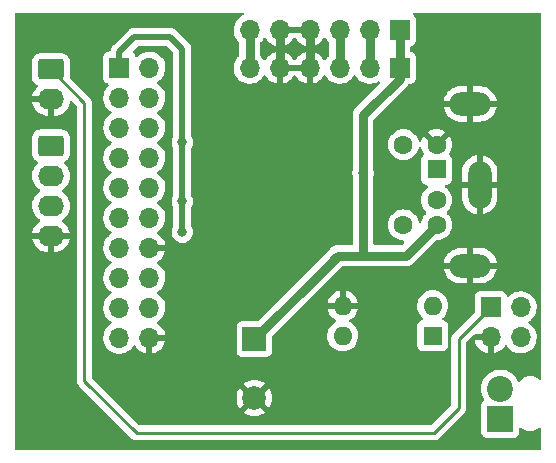
<source format=gbr>
%TF.GenerationSoftware,KiCad,Pcbnew,(6.0.8-1)-1*%
%TF.CreationDate,2022-10-27T21:51:23+08:00*%
%TF.ProjectId,Esp32_AGV_Relay,45737033-325f-4414-9756-5f52656c6179,rev?*%
%TF.SameCoordinates,Original*%
%TF.FileFunction,Copper,L2,Bot*%
%TF.FilePolarity,Positive*%
%FSLAX46Y46*%
G04 Gerber Fmt 4.6, Leading zero omitted, Abs format (unit mm)*
G04 Created by KiCad (PCBNEW (6.0.8-1)-1) date 2022-10-27 21:51:23*
%MOMM*%
%LPD*%
G01*
G04 APERTURE LIST*
G04 Aperture macros list*
%AMRoundRect*
0 Rectangle with rounded corners*
0 $1 Rounding radius*
0 $2 $3 $4 $5 $6 $7 $8 $9 X,Y pos of 4 corners*
0 Add a 4 corners polygon primitive as box body*
4,1,4,$2,$3,$4,$5,$6,$7,$8,$9,$2,$3,0*
0 Add four circle primitives for the rounded corners*
1,1,$1+$1,$2,$3*
1,1,$1+$1,$4,$5*
1,1,$1+$1,$6,$7*
1,1,$1+$1,$8,$9*
0 Add four rect primitives between the rounded corners*
20,1,$1+$1,$2,$3,$4,$5,0*
20,1,$1+$1,$4,$5,$6,$7,0*
20,1,$1+$1,$6,$7,$8,$9,0*
20,1,$1+$1,$8,$9,$2,$3,0*%
G04 Aperture macros list end*
%TA.AperFunction,ComponentPad*%
%ADD10RoundRect,0.250000X-0.845000X0.620000X-0.845000X-0.620000X0.845000X-0.620000X0.845000X0.620000X0*%
%TD*%
%TA.AperFunction,ComponentPad*%
%ADD11O,2.190000X1.740000*%
%TD*%
%TA.AperFunction,ComponentPad*%
%ADD12R,2.200000X2.200000*%
%TD*%
%TA.AperFunction,ComponentPad*%
%ADD13C,2.200000*%
%TD*%
%TA.AperFunction,ComponentPad*%
%ADD14R,1.600000X1.600000*%
%TD*%
%TA.AperFunction,ComponentPad*%
%ADD15C,1.600000*%
%TD*%
%TA.AperFunction,ComponentPad*%
%ADD16O,2.000000X4.000000*%
%TD*%
%TA.AperFunction,ComponentPad*%
%ADD17O,3.500000X2.000000*%
%TD*%
%TA.AperFunction,ComponentPad*%
%ADD18O,1.600000X1.600000*%
%TD*%
%TA.AperFunction,ComponentPad*%
%ADD19R,1.700000X1.700000*%
%TD*%
%TA.AperFunction,ComponentPad*%
%ADD20O,1.700000X1.700000*%
%TD*%
%TA.AperFunction,ComponentPad*%
%ADD21R,2.000000X2.000000*%
%TD*%
%TA.AperFunction,ComponentPad*%
%ADD22C,2.000000*%
%TD*%
%TA.AperFunction,ViaPad*%
%ADD23C,0.800000*%
%TD*%
%TA.AperFunction,Conductor*%
%ADD24C,0.750000*%
%TD*%
%TA.AperFunction,Conductor*%
%ADD25C,0.500000*%
%TD*%
%TA.AperFunction,Conductor*%
%ADD26C,0.250000*%
%TD*%
G04 APERTURE END LIST*
D10*
%TO.P,J7,1,Pin_1*%
%TO.N,EN*%
X122480000Y-96730000D03*
D11*
%TO.P,J7,2,Pin_2*%
%TO.N,GND*%
X122480000Y-99270000D03*
%TD*%
D12*
%TO.P,J1,1,Pin_2*%
%TO.N,Net-(D1-Pad2)*%
X160515000Y-126290000D03*
D13*
%TO.P,J1,2,Pin_1*%
%TO.N,Net-(J1-Pad2)*%
X160515000Y-123750000D03*
%TD*%
D10*
%TO.P,J2,1,Pin_1*%
%TO.N,SCL*%
X122480000Y-103190000D03*
D11*
%TO.P,J2,2,Pin_2*%
%TO.N,SDA*%
X122480000Y-105730000D03*
%TO.P,J2,3,Pin_3*%
%TO.N,+5V*%
X122480000Y-108270000D03*
%TO.P,J2,4,Pin_4*%
%TO.N,GND*%
X122480000Y-110810000D03*
%TD*%
D14*
%TO.P,J3,1,Data*%
%TO.N,Net-(J3-Pad1)*%
X155125000Y-105190000D03*
D15*
%TO.P,J3,2*%
%TO.N,unconnected-(J3-Pad2)*%
X155125000Y-107790000D03*
%TO.P,J3,3,GND*%
%TO.N,GND*%
X155125000Y-103090000D03*
%TO.P,J3,4,+5V*%
%TO.N,+5V*%
X155125000Y-109890000D03*
%TO.P,J3,5,CLK*%
%TO.N,Net-(J3-Pad5)*%
X152325000Y-103090000D03*
%TO.P,J3,6*%
%TO.N,unconnected-(J3-Pad6)*%
X152325000Y-109890000D03*
D16*
%TO.P,J3,7*%
%TO.N,GND*%
X158775000Y-106490000D03*
D17*
X157975000Y-99640000D03*
X157975000Y-113340000D03*
%TD*%
D14*
%TO.P,U1,1*%
%TO.N,Net-(D1-Pad1)*%
X154800000Y-119275000D03*
D18*
%TO.P,U1,2*%
%TO.N,Net-(R1-Pad1)*%
X154800000Y-116735000D03*
%TO.P,U1,3*%
%TO.N,GND*%
X147180000Y-116735000D03*
%TO.P,U1,4*%
%TO.N,IO19*%
X147180000Y-119275000D03*
%TD*%
D19*
%TO.P,J6,1,Pin_1*%
%TO.N,+5V*%
X152000000Y-93400000D03*
D20*
%TO.P,J6,2,Pin_2*%
%TO.N,Net-(J5-Pad2)*%
X149460000Y-93400000D03*
%TO.P,J6,3,Pin_3*%
%TO.N,Net-(J5-Pad3)*%
X146920000Y-93400000D03*
%TO.P,J6,4,Pin_4*%
%TO.N,GND*%
X144380000Y-93400000D03*
%TO.P,J6,5,Pin_5*%
X141840000Y-93400000D03*
%TO.P,J6,6,Pin_6*%
%TO.N,Net-(J5-Pad6)*%
X139300000Y-93400000D03*
%TD*%
D21*
%TO.P,C1,1*%
%TO.N,+5V*%
X139700000Y-119552323D03*
D22*
%TO.P,C1,2*%
%TO.N,GND*%
X139700000Y-124552323D03*
%TD*%
D19*
%TO.P,J4,1,Pin_1*%
%TO.N,+3.3V*%
X128270000Y-96570000D03*
D20*
%TO.P,J4,2,Pin_2*%
%TO.N,unconnected-(J4-Pad2)*%
X128270000Y-99110000D03*
%TO.P,J4,3,Pin_3*%
%TO.N,unconnected-(J4-Pad3)*%
X128270000Y-101650000D03*
%TO.P,J4,4,Pin_4*%
%TO.N,unconnected-(J4-Pad4)*%
X128270000Y-104190000D03*
%TO.P,J4,5,Pin_5*%
%TO.N,unconnected-(J4-Pad5)*%
X128270000Y-106730000D03*
%TO.P,J4,6,Pin_6*%
%TO.N,unconnected-(J4-Pad6)*%
X128270000Y-109270000D03*
%TO.P,J4,7,Pin_7*%
%TO.N,IO19*%
X128270000Y-111810000D03*
%TO.P,J4,8,Pin_8*%
%TO.N,SDA*%
X128270000Y-114350000D03*
%TO.P,J4,9,Pin_9*%
%TO.N,unconnected-(J4-Pad9)*%
X128270000Y-116890000D03*
%TO.P,J4,10,Pin_10*%
%TO.N,unconnected-(J4-Pad10)*%
X128270000Y-119430000D03*
%TO.P,J4,11,Pin_11*%
%TO.N,unconnected-(J4-Pad11)*%
X130810000Y-96570000D03*
%TO.P,J4,12,Pin_12*%
%TO.N,unconnected-(J4-Pad12)*%
X130810000Y-99110000D03*
%TO.P,J4,13,Pin_13*%
%TO.N,unconnected-(J4-Pad13)*%
X130810000Y-101650000D03*
%TO.P,J4,14,Pin_14*%
%TO.N,unconnected-(J4-Pad14)*%
X130810000Y-104190000D03*
%TO.P,J4,15,Pin_15*%
%TO.N,PS2-CLK*%
X130810000Y-106730000D03*
%TO.P,J4,16,Pin_16*%
%TO.N,PS2-Data*%
X130810000Y-109270000D03*
%TO.P,J4,17,Pin_17*%
%TO.N,GND*%
X130810000Y-111810000D03*
%TO.P,J4,18,Pin_18*%
%TO.N,unconnected-(J4-Pad18)*%
X130810000Y-114350000D03*
%TO.P,J4,19,Pin_19*%
%TO.N,SCL*%
X130810000Y-116890000D03*
%TO.P,J4,20,Pin_20*%
%TO.N,GND*%
X130810000Y-119430000D03*
%TD*%
D19*
%TO.P,J8,1,Pin_1*%
%TO.N,EN*%
X159710000Y-116870000D03*
D20*
%TO.P,J8,2,Pin_2*%
%TO.N,GND*%
X159710000Y-119410000D03*
%TO.P,J8,3,Pin_3*%
%TO.N,unconnected-(J8-Pad3)*%
X162250000Y-116870000D03*
%TO.P,J8,4,Pin_4*%
%TO.N,+3.3V*%
X162250000Y-119410000D03*
%TD*%
D19*
%TO.P,J5,1,Pin_1*%
%TO.N,+5V*%
X152000000Y-96575000D03*
D20*
%TO.P,J5,2,Pin_2*%
%TO.N,Net-(J5-Pad2)*%
X149460000Y-96575000D03*
%TO.P,J5,3,Pin_3*%
%TO.N,Net-(J5-Pad3)*%
X146920000Y-96575000D03*
%TO.P,J5,4,Pin_4*%
%TO.N,GND*%
X144380000Y-96575000D03*
%TO.P,J5,5,Pin_5*%
X141840000Y-96575000D03*
%TO.P,J5,6,Pin_6*%
%TO.N,Net-(J5-Pad6)*%
X139300000Y-96575000D03*
%TD*%
D23*
%TO.N,GND*%
X143415000Y-99695000D03*
X145415000Y-99695000D03*
X157480000Y-110490000D03*
X157480000Y-102870000D03*
%TO.N,+5V*%
X148900000Y-105500000D03*
%TO.N,GND*%
X133985000Y-124460000D03*
X162200000Y-93700000D03*
X124460000Y-93345000D03*
X121920000Y-121920000D03*
X121920000Y-120015000D03*
X132080000Y-124460000D03*
X126365000Y-93345000D03*
X160200000Y-93700000D03*
%TO.N,+3.3V*%
X133600000Y-107900000D03*
X133600000Y-110500000D03*
X133600000Y-102900000D03*
%TD*%
D24*
%TO.N,+5V*%
X148900000Y-105500000D02*
X148900000Y-100600000D01*
X152515000Y-112500000D02*
X155125000Y-109890000D01*
X148900000Y-105500000D02*
X148900000Y-112500000D01*
X145726162Y-113526162D02*
X146752324Y-112500000D01*
X146652324Y-112600000D02*
X145726162Y-113526162D01*
X148900000Y-100600000D02*
X152000000Y-97500000D01*
X146752324Y-112500000D02*
X152515000Y-112500000D01*
X145726162Y-113526162D02*
X139700000Y-119552323D01*
X152000000Y-97500000D02*
X152000000Y-96575000D01*
X152000000Y-96575000D02*
X152000000Y-93400000D01*
%TO.N,GND*%
X144380000Y-96575000D02*
X144380000Y-93400000D01*
X141840000Y-96575000D02*
X141840000Y-93400000D01*
D25*
%TO.N,+3.3V*%
X128270000Y-96520000D02*
X128270000Y-95250000D01*
X133600000Y-95000000D02*
X133600000Y-107900000D01*
X132580000Y-93980000D02*
X133600000Y-95000000D01*
X129540000Y-93980000D02*
X132580000Y-93980000D01*
X128270000Y-95250000D02*
X129540000Y-93980000D01*
X133600000Y-110500000D02*
X133600000Y-107900000D01*
D24*
%TO.N,Net-(J5-Pad2)*%
X149460000Y-93400000D02*
X149460000Y-96575000D01*
%TO.N,Net-(J5-Pad3)*%
X146920000Y-96575000D02*
X146920000Y-93400000D01*
%TO.N,Net-(J5-Pad6)*%
X139300000Y-96575000D02*
X139300000Y-93400000D01*
D26*
%TO.N,EN*%
X157000000Y-119580000D02*
X159710000Y-116870000D01*
X154900000Y-127500000D02*
X157000000Y-125400000D01*
X122480000Y-96730000D02*
X125300000Y-99550000D01*
X125300000Y-99550000D02*
X125300000Y-123070000D01*
X129730000Y-127500000D02*
X154900000Y-127500000D01*
X157000000Y-125400000D02*
X157000000Y-119580000D01*
X125300000Y-123070000D02*
X129730000Y-127500000D01*
%TD*%
%TA.AperFunction,Conductor*%
%TO.N,GND*%
G36*
X138776115Y-91928502D02*
G01*
X138822608Y-91982158D01*
X138832712Y-92052432D01*
X138803218Y-92117012D01*
X138766175Y-92146262D01*
X138573607Y-92246507D01*
X138569474Y-92249610D01*
X138569471Y-92249612D01*
X138399100Y-92377530D01*
X138394965Y-92380635D01*
X138369541Y-92407240D01*
X138301280Y-92478671D01*
X138240629Y-92542138D01*
X138237720Y-92546403D01*
X138237714Y-92546411D01*
X138225404Y-92564457D01*
X138114743Y-92726680D01*
X138020688Y-92929305D01*
X137960989Y-93144570D01*
X137937251Y-93366695D01*
X137937548Y-93371848D01*
X137937548Y-93371851D01*
X137944423Y-93491089D01*
X137950110Y-93589715D01*
X137951247Y-93594761D01*
X137951248Y-93594767D01*
X137965606Y-93658475D01*
X137999222Y-93807639D01*
X138083266Y-94014616D01*
X138120685Y-94075678D01*
X138197291Y-94200688D01*
X138199987Y-94205088D01*
X138346250Y-94373938D01*
X138356369Y-94382339D01*
X138370986Y-94394475D01*
X138410621Y-94453378D01*
X138416500Y-94491418D01*
X138416500Y-95482576D01*
X138396498Y-95550697D01*
X138381594Y-95569627D01*
X138301280Y-95653671D01*
X138240629Y-95717138D01*
X138237720Y-95721403D01*
X138237714Y-95721411D01*
X138197043Y-95781032D01*
X138114743Y-95901680D01*
X138020688Y-96104305D01*
X137960989Y-96319570D01*
X137937251Y-96541695D01*
X137937548Y-96546848D01*
X137937548Y-96546851D01*
X137942914Y-96639908D01*
X137950110Y-96764715D01*
X137951247Y-96769761D01*
X137951248Y-96769767D01*
X137972265Y-96863023D01*
X137999222Y-96982639D01*
X138083266Y-97189616D01*
X138120685Y-97250678D01*
X138197291Y-97375688D01*
X138199987Y-97380088D01*
X138346250Y-97548938D01*
X138421213Y-97611173D01*
X138508123Y-97683327D01*
X138518126Y-97691632D01*
X138711000Y-97804338D01*
X138715825Y-97806180D01*
X138715826Y-97806181D01*
X138783232Y-97831921D01*
X138919692Y-97884030D01*
X138924760Y-97885061D01*
X138924763Y-97885062D01*
X139019862Y-97904410D01*
X139138597Y-97928567D01*
X139143772Y-97928757D01*
X139143774Y-97928757D01*
X139356673Y-97936564D01*
X139356677Y-97936564D01*
X139361837Y-97936753D01*
X139366957Y-97936097D01*
X139366959Y-97936097D01*
X139578288Y-97909025D01*
X139578289Y-97909025D01*
X139583416Y-97908368D01*
X139588366Y-97906883D01*
X139792429Y-97845661D01*
X139792434Y-97845659D01*
X139797384Y-97844174D01*
X139997994Y-97745896D01*
X140179860Y-97616173D01*
X140338096Y-97458489D01*
X140371367Y-97412188D01*
X140468453Y-97277077D01*
X140469640Y-97277930D01*
X140516960Y-97234362D01*
X140586897Y-97222145D01*
X140652338Y-97249678D01*
X140680166Y-97281511D01*
X140737694Y-97375388D01*
X140743777Y-97383699D01*
X140883213Y-97544667D01*
X140890580Y-97551883D01*
X141054434Y-97687916D01*
X141062881Y-97693831D01*
X141246756Y-97801279D01*
X141256042Y-97805729D01*
X141455001Y-97881703D01*
X141464899Y-97884579D01*
X141568250Y-97905606D01*
X141582299Y-97904410D01*
X141586000Y-97894065D01*
X141586000Y-97893517D01*
X142094000Y-97893517D01*
X142098064Y-97907359D01*
X142111478Y-97909393D01*
X142118184Y-97908534D01*
X142128262Y-97906392D01*
X142332255Y-97845191D01*
X142341842Y-97841433D01*
X142533095Y-97747739D01*
X142541945Y-97742464D01*
X142715328Y-97618792D01*
X142723200Y-97612139D01*
X142874052Y-97461812D01*
X142880730Y-97453965D01*
X143008022Y-97276819D01*
X143009147Y-97277627D01*
X143056669Y-97233876D01*
X143126607Y-97221661D01*
X143192046Y-97249197D01*
X143219870Y-97281028D01*
X143277690Y-97375383D01*
X143283777Y-97383699D01*
X143423213Y-97544667D01*
X143430580Y-97551883D01*
X143594434Y-97687916D01*
X143602881Y-97693831D01*
X143786756Y-97801279D01*
X143796042Y-97805729D01*
X143995001Y-97881703D01*
X144004899Y-97884579D01*
X144108250Y-97905606D01*
X144122299Y-97904410D01*
X144126000Y-97894065D01*
X144126000Y-96847115D01*
X144121525Y-96831876D01*
X144120135Y-96830671D01*
X144112452Y-96829000D01*
X142112115Y-96829000D01*
X142096876Y-96833475D01*
X142095671Y-96834865D01*
X142094000Y-96842548D01*
X142094000Y-97893517D01*
X141586000Y-97893517D01*
X141586000Y-96302885D01*
X142094000Y-96302885D01*
X142098475Y-96318124D01*
X142099865Y-96319329D01*
X142107548Y-96321000D01*
X144107885Y-96321000D01*
X144123124Y-96316525D01*
X144124329Y-96315135D01*
X144126000Y-96307452D01*
X144126000Y-95258102D01*
X144122082Y-95244758D01*
X144107806Y-95242771D01*
X144069324Y-95248660D01*
X144059288Y-95251051D01*
X143856868Y-95317212D01*
X143847359Y-95321209D01*
X143658463Y-95419542D01*
X143649738Y-95425036D01*
X143479433Y-95552905D01*
X143471726Y-95559748D01*
X143324590Y-95713717D01*
X143318104Y-95721727D01*
X143213193Y-95875521D01*
X143158282Y-95920524D01*
X143087757Y-95928695D01*
X143024010Y-95897441D01*
X143003313Y-95872957D01*
X142922427Y-95747926D01*
X142916136Y-95739757D01*
X142772806Y-95582240D01*
X142765273Y-95575215D01*
X142598139Y-95443222D01*
X142589552Y-95437517D01*
X142403117Y-95334599D01*
X142393705Y-95330369D01*
X142192959Y-95259280D01*
X142182988Y-95256646D01*
X142111837Y-95243972D01*
X142098540Y-95245432D01*
X142094000Y-95259989D01*
X142094000Y-96302885D01*
X141586000Y-96302885D01*
X141586000Y-95258102D01*
X141582082Y-95244758D01*
X141567806Y-95242771D01*
X141529324Y-95248660D01*
X141519288Y-95251051D01*
X141316868Y-95317212D01*
X141307359Y-95321209D01*
X141118463Y-95419542D01*
X141109738Y-95425036D01*
X140939433Y-95552905D01*
X140931726Y-95559748D01*
X140784590Y-95713717D01*
X140778109Y-95721722D01*
X140673498Y-95875074D01*
X140618587Y-95920076D01*
X140548062Y-95928247D01*
X140484315Y-95896993D01*
X140463618Y-95872509D01*
X140382822Y-95747617D01*
X140382820Y-95747614D01*
X140380014Y-95743277D01*
X140298479Y-95653671D01*
X140233146Y-95581871D01*
X140229670Y-95578051D01*
X140225612Y-95574846D01*
X140223572Y-95572944D01*
X140187391Y-95511859D01*
X140183500Y-95480790D01*
X140183500Y-94489866D01*
X140203502Y-94421745D01*
X140220560Y-94400615D01*
X140338096Y-94283489D01*
X140397594Y-94200689D01*
X140468453Y-94102077D01*
X140469640Y-94102930D01*
X140516960Y-94059362D01*
X140586897Y-94047145D01*
X140652338Y-94074678D01*
X140680166Y-94106511D01*
X140737694Y-94200388D01*
X140743777Y-94208699D01*
X140883213Y-94369667D01*
X140890580Y-94376883D01*
X141054434Y-94512916D01*
X141062881Y-94518831D01*
X141246756Y-94626279D01*
X141256042Y-94630729D01*
X141455001Y-94706703D01*
X141464899Y-94709579D01*
X141568250Y-94730606D01*
X141582299Y-94729410D01*
X141586000Y-94719065D01*
X141586000Y-94718517D01*
X142094000Y-94718517D01*
X142098064Y-94732359D01*
X142111478Y-94734393D01*
X142118184Y-94733534D01*
X142128262Y-94731392D01*
X142332255Y-94670191D01*
X142341842Y-94666433D01*
X142533095Y-94572739D01*
X142541945Y-94567464D01*
X142715328Y-94443792D01*
X142723200Y-94437139D01*
X142874052Y-94286812D01*
X142880730Y-94278965D01*
X143008022Y-94101819D01*
X143009147Y-94102627D01*
X143056669Y-94058876D01*
X143126607Y-94046661D01*
X143192046Y-94074197D01*
X143219870Y-94106028D01*
X143277690Y-94200383D01*
X143283777Y-94208699D01*
X143423213Y-94369667D01*
X143430580Y-94376883D01*
X143594434Y-94512916D01*
X143602881Y-94518831D01*
X143786756Y-94626279D01*
X143796042Y-94630729D01*
X143995001Y-94706703D01*
X144004899Y-94709579D01*
X144108250Y-94730606D01*
X144122299Y-94729410D01*
X144126000Y-94719065D01*
X144126000Y-93672115D01*
X144121525Y-93656876D01*
X144120135Y-93655671D01*
X144112452Y-93654000D01*
X142112115Y-93654000D01*
X142096876Y-93658475D01*
X142095671Y-93659865D01*
X142094000Y-93667548D01*
X142094000Y-94718517D01*
X141586000Y-94718517D01*
X141586000Y-93272000D01*
X141606002Y-93203879D01*
X141659658Y-93157386D01*
X141712000Y-93146000D01*
X144508000Y-93146000D01*
X144576121Y-93166002D01*
X144622614Y-93219658D01*
X144634000Y-93272000D01*
X144634000Y-94718517D01*
X144638064Y-94732359D01*
X144651478Y-94734393D01*
X144658184Y-94733534D01*
X144668262Y-94731392D01*
X144872255Y-94670191D01*
X144881842Y-94666433D01*
X145073095Y-94572739D01*
X145081945Y-94567464D01*
X145255328Y-94443792D01*
X145263200Y-94437139D01*
X145414052Y-94286812D01*
X145420730Y-94278965D01*
X145548022Y-94101819D01*
X145549279Y-94102722D01*
X145596373Y-94059362D01*
X145666311Y-94047145D01*
X145731751Y-94074678D01*
X145759579Y-94106511D01*
X145819987Y-94205088D01*
X145966250Y-94373938D01*
X145976369Y-94382339D01*
X145990986Y-94394475D01*
X146030621Y-94453378D01*
X146036500Y-94491418D01*
X146036500Y-95482576D01*
X146016498Y-95550697D01*
X146001594Y-95569627D01*
X145921280Y-95653671D01*
X145860629Y-95717138D01*
X145857720Y-95721403D01*
X145857714Y-95721411D01*
X145817043Y-95781032D01*
X145753204Y-95874618D01*
X145752898Y-95875066D01*
X145697987Y-95920069D01*
X145627462Y-95928240D01*
X145563715Y-95896986D01*
X145543018Y-95872502D01*
X145462426Y-95747926D01*
X145456136Y-95739757D01*
X145312806Y-95582240D01*
X145305273Y-95575215D01*
X145138139Y-95443222D01*
X145129552Y-95437517D01*
X144943117Y-95334599D01*
X144933705Y-95330369D01*
X144732959Y-95259280D01*
X144722988Y-95256646D01*
X144651837Y-95243972D01*
X144638540Y-95245432D01*
X144634000Y-95259989D01*
X144634000Y-97893517D01*
X144638064Y-97907359D01*
X144651478Y-97909393D01*
X144658184Y-97908534D01*
X144668262Y-97906392D01*
X144872255Y-97845191D01*
X144881842Y-97841433D01*
X145073095Y-97747739D01*
X145081945Y-97742464D01*
X145255328Y-97618792D01*
X145263200Y-97612139D01*
X145414052Y-97461812D01*
X145420730Y-97453965D01*
X145548022Y-97276819D01*
X145549279Y-97277722D01*
X145596373Y-97234362D01*
X145666311Y-97222145D01*
X145731751Y-97249678D01*
X145759579Y-97281511D01*
X145819987Y-97380088D01*
X145966250Y-97548938D01*
X146041213Y-97611173D01*
X146128123Y-97683327D01*
X146138126Y-97691632D01*
X146331000Y-97804338D01*
X146335825Y-97806180D01*
X146335826Y-97806181D01*
X146403232Y-97831921D01*
X146539692Y-97884030D01*
X146544760Y-97885061D01*
X146544763Y-97885062D01*
X146639862Y-97904410D01*
X146758597Y-97928567D01*
X146763772Y-97928757D01*
X146763774Y-97928757D01*
X146976673Y-97936564D01*
X146976677Y-97936564D01*
X146981837Y-97936753D01*
X146986957Y-97936097D01*
X146986959Y-97936097D01*
X147198288Y-97909025D01*
X147198289Y-97909025D01*
X147203416Y-97908368D01*
X147208366Y-97906883D01*
X147412429Y-97845661D01*
X147412434Y-97845659D01*
X147417384Y-97844174D01*
X147617994Y-97745896D01*
X147799860Y-97616173D01*
X147958096Y-97458489D01*
X147991367Y-97412188D01*
X148088453Y-97277077D01*
X148089776Y-97278028D01*
X148136645Y-97234857D01*
X148206580Y-97222625D01*
X148272026Y-97250144D01*
X148299875Y-97281994D01*
X148359987Y-97380088D01*
X148506250Y-97548938D01*
X148581213Y-97611173D01*
X148668123Y-97683327D01*
X148678126Y-97691632D01*
X148871000Y-97804338D01*
X148875825Y-97806180D01*
X148875826Y-97806181D01*
X148943232Y-97831921D01*
X149079692Y-97884030D01*
X149084760Y-97885061D01*
X149084763Y-97885062D01*
X149179862Y-97904410D01*
X149298597Y-97928567D01*
X149303772Y-97928757D01*
X149303774Y-97928757D01*
X149516673Y-97936564D01*
X149516677Y-97936564D01*
X149521837Y-97936753D01*
X149526957Y-97936097D01*
X149526959Y-97936097D01*
X149738288Y-97909025D01*
X149738289Y-97909025D01*
X149743416Y-97908368D01*
X149748366Y-97906883D01*
X149952429Y-97845661D01*
X149952434Y-97845659D01*
X149957384Y-97844174D01*
X150157757Y-97746012D01*
X150227731Y-97734005D01*
X150293088Y-97761735D01*
X150333078Y-97820398D01*
X150335004Y-97891368D01*
X150302284Y-97948258D01*
X148331454Y-99919088D01*
X148316426Y-99931925D01*
X148305566Y-99939815D01*
X148301145Y-99944725D01*
X148301144Y-99944726D01*
X148261114Y-99989184D01*
X148256573Y-99993969D01*
X148242528Y-100008014D01*
X148240444Y-100010588D01*
X148240441Y-100010591D01*
X148230031Y-100023446D01*
X148225747Y-100028462D01*
X148185717Y-100072920D01*
X148185713Y-100072925D01*
X148181296Y-100077831D01*
X148175864Y-100087240D01*
X148174589Y-100089448D01*
X148163391Y-100105741D01*
X148154953Y-100116161D01*
X148124787Y-100175363D01*
X148121654Y-100181133D01*
X148091740Y-100232945D01*
X148091738Y-100232950D01*
X148088436Y-100238669D01*
X148086395Y-100244949D01*
X148086392Y-100244957D01*
X148084292Y-100251421D01*
X148076728Y-100269683D01*
X148073637Y-100275749D01*
X148073634Y-100275758D01*
X148070638Y-100281637D01*
X148068929Y-100288015D01*
X148053444Y-100345804D01*
X148051578Y-100352106D01*
X148031046Y-100415298D01*
X148030356Y-100421866D01*
X148029645Y-100428628D01*
X148026042Y-100448071D01*
X148022570Y-100461029D01*
X148022225Y-100467619D01*
X148022224Y-100467623D01*
X148020710Y-100496507D01*
X148019099Y-100527262D01*
X148019093Y-100527367D01*
X148018577Y-100533931D01*
X148016500Y-100553694D01*
X148016500Y-100573555D01*
X148016327Y-100580150D01*
X148013523Y-100633661D01*
X148012850Y-100646493D01*
X148013882Y-100653007D01*
X148014949Y-100659744D01*
X148016500Y-100679456D01*
X148016500Y-105259210D01*
X148010333Y-105298146D01*
X148006458Y-105310072D01*
X148005768Y-105316633D01*
X148005768Y-105316635D01*
X147996889Y-105401114D01*
X147986496Y-105500000D01*
X147987186Y-105506565D01*
X148003265Y-105659545D01*
X148006458Y-105689928D01*
X148008498Y-105696206D01*
X148010333Y-105701854D01*
X148016500Y-105740790D01*
X148016500Y-111490500D01*
X147996498Y-111558621D01*
X147942842Y-111605114D01*
X147890500Y-111616500D01*
X146831774Y-111616500D01*
X146812063Y-111614949D01*
X146805333Y-111613883D01*
X146798817Y-111612851D01*
X146792229Y-111613196D01*
X146792225Y-111613196D01*
X146732486Y-111616327D01*
X146725892Y-111616500D01*
X146706018Y-111616500D01*
X146702745Y-111616844D01*
X146686253Y-111618577D01*
X146679678Y-111619094D01*
X146619948Y-111622224D01*
X146619944Y-111622225D01*
X146613353Y-111622570D01*
X146600395Y-111626042D01*
X146580952Y-111629645D01*
X146567622Y-111631046D01*
X146504430Y-111651578D01*
X146498128Y-111653444D01*
X146444652Y-111667773D01*
X146433961Y-111670638D01*
X146428082Y-111673634D01*
X146428073Y-111673637D01*
X146422007Y-111676728D01*
X146403745Y-111684292D01*
X146397281Y-111686392D01*
X146397273Y-111686395D01*
X146390993Y-111688436D01*
X146385274Y-111691738D01*
X146385269Y-111691740D01*
X146333457Y-111721654D01*
X146327687Y-111724787D01*
X146268485Y-111754953D01*
X146263353Y-111759109D01*
X146258065Y-111763391D01*
X146241772Y-111774589D01*
X146230155Y-111781296D01*
X146225249Y-111785713D01*
X146225244Y-111785717D01*
X146180786Y-111825747D01*
X146175770Y-111830031D01*
X146162915Y-111840441D01*
X146160338Y-111842528D01*
X146146293Y-111856573D01*
X146141508Y-111861114D01*
X146092139Y-111905566D01*
X146084249Y-111916426D01*
X146071412Y-111931454D01*
X145134176Y-112868690D01*
X139995947Y-118006918D01*
X139933635Y-118040944D01*
X139906852Y-118043823D01*
X138651866Y-118043823D01*
X138589684Y-118050578D01*
X138453295Y-118101708D01*
X138336739Y-118189062D01*
X138249385Y-118305618D01*
X138198255Y-118442007D01*
X138191500Y-118504189D01*
X138191500Y-120600457D01*
X138198255Y-120662639D01*
X138249385Y-120799028D01*
X138336739Y-120915584D01*
X138453295Y-121002938D01*
X138589684Y-121054068D01*
X138651866Y-121060823D01*
X140748134Y-121060823D01*
X140810316Y-121054068D01*
X140946705Y-121002938D01*
X141063261Y-120915584D01*
X141150615Y-120799028D01*
X141201745Y-120662639D01*
X141208500Y-120600457D01*
X141208500Y-119345471D01*
X141228502Y-119277350D01*
X141230396Y-119275000D01*
X145866502Y-119275000D01*
X145886457Y-119503087D01*
X145887881Y-119508400D01*
X145887881Y-119508402D01*
X145944062Y-119718069D01*
X145945716Y-119724243D01*
X145948039Y-119729224D01*
X145948039Y-119729225D01*
X146040151Y-119926762D01*
X146040154Y-119926767D01*
X146042477Y-119931749D01*
X146045634Y-119936257D01*
X146168564Y-120111819D01*
X146173802Y-120119300D01*
X146335700Y-120281198D01*
X146340208Y-120284355D01*
X146340211Y-120284357D01*
X146346792Y-120288965D01*
X146523251Y-120412523D01*
X146528233Y-120414846D01*
X146528238Y-120414849D01*
X146655456Y-120474171D01*
X146730757Y-120509284D01*
X146736065Y-120510706D01*
X146736067Y-120510707D01*
X146946598Y-120567119D01*
X146946600Y-120567119D01*
X146951913Y-120568543D01*
X147180000Y-120588498D01*
X147408087Y-120568543D01*
X147413400Y-120567119D01*
X147413402Y-120567119D01*
X147623933Y-120510707D01*
X147623935Y-120510706D01*
X147629243Y-120509284D01*
X147704544Y-120474171D01*
X147831762Y-120414849D01*
X147831767Y-120414846D01*
X147836749Y-120412523D01*
X148013208Y-120288965D01*
X148019789Y-120284357D01*
X148019792Y-120284355D01*
X148024300Y-120281198D01*
X148186198Y-120119300D01*
X148191437Y-120111819D01*
X148314366Y-119936257D01*
X148317523Y-119931749D01*
X148319846Y-119926767D01*
X148319849Y-119926762D01*
X148411961Y-119729225D01*
X148411961Y-119729224D01*
X148414284Y-119724243D01*
X148415939Y-119718069D01*
X148472119Y-119508402D01*
X148472119Y-119508400D01*
X148473543Y-119503087D01*
X148493498Y-119275000D01*
X148473543Y-119046913D01*
X148451406Y-118964297D01*
X148415707Y-118831067D01*
X148415706Y-118831065D01*
X148414284Y-118825757D01*
X148395671Y-118785840D01*
X148319849Y-118623238D01*
X148319846Y-118623233D01*
X148317523Y-118618251D01*
X148199616Y-118449863D01*
X148189357Y-118435211D01*
X148189355Y-118435208D01*
X148186198Y-118430700D01*
X148024300Y-118268802D01*
X148019792Y-118265645D01*
X148019789Y-118265643D01*
X147927989Y-118201364D01*
X147836749Y-118137477D01*
X147831767Y-118135154D01*
X147831762Y-118135151D01*
X147796951Y-118118919D01*
X147743666Y-118072002D01*
X147724205Y-118003725D01*
X147744747Y-117935765D01*
X147796951Y-117890529D01*
X147831511Y-117874414D01*
X147841007Y-117868931D01*
X148019467Y-117743972D01*
X148027875Y-117736916D01*
X148181916Y-117582875D01*
X148188972Y-117574467D01*
X148313931Y-117396007D01*
X148319414Y-117386511D01*
X148411490Y-117189053D01*
X148415236Y-117178761D01*
X148461394Y-117006497D01*
X148461058Y-116992401D01*
X148453116Y-116989000D01*
X145912033Y-116989000D01*
X145898502Y-116992973D01*
X145897273Y-117001522D01*
X145944764Y-117178761D01*
X145948510Y-117189053D01*
X146040586Y-117386511D01*
X146046069Y-117396007D01*
X146171028Y-117574467D01*
X146178084Y-117582875D01*
X146332125Y-117736916D01*
X146340533Y-117743972D01*
X146518993Y-117868931D01*
X146528489Y-117874414D01*
X146563049Y-117890529D01*
X146616334Y-117937446D01*
X146635795Y-118005723D01*
X146615253Y-118073683D01*
X146563049Y-118118919D01*
X146528238Y-118135151D01*
X146528233Y-118135154D01*
X146523251Y-118137477D01*
X146432011Y-118201364D01*
X146340211Y-118265643D01*
X146340208Y-118265645D01*
X146335700Y-118268802D01*
X146173802Y-118430700D01*
X146170645Y-118435208D01*
X146170643Y-118435211D01*
X146160384Y-118449863D01*
X146042477Y-118618251D01*
X146040154Y-118623233D01*
X146040151Y-118623238D01*
X145964329Y-118785840D01*
X145945716Y-118825757D01*
X145944294Y-118831065D01*
X145944293Y-118831067D01*
X145908594Y-118964297D01*
X145886457Y-119046913D01*
X145866502Y-119275000D01*
X141230396Y-119275000D01*
X141245405Y-119256376D01*
X143766782Y-116735000D01*
X153486502Y-116735000D01*
X153506457Y-116963087D01*
X153507881Y-116968400D01*
X153507881Y-116968402D01*
X153564062Y-117178069D01*
X153565716Y-117184243D01*
X153568039Y-117189224D01*
X153568039Y-117189225D01*
X153660151Y-117386762D01*
X153660154Y-117386767D01*
X153662477Y-117391749D01*
X153665634Y-117396257D01*
X153773186Y-117549857D01*
X153793802Y-117579300D01*
X153955700Y-117741198D01*
X153960211Y-117744357D01*
X153964424Y-117747892D01*
X153963473Y-117749026D01*
X154003471Y-117799071D01*
X154010776Y-117869690D01*
X153978742Y-117933049D01*
X153917538Y-117969030D01*
X153900483Y-117972082D01*
X153889684Y-117973255D01*
X153753295Y-118024385D01*
X153636739Y-118111739D01*
X153549385Y-118228295D01*
X153498255Y-118364684D01*
X153491500Y-118426866D01*
X153491500Y-120123134D01*
X153498255Y-120185316D01*
X153549385Y-120321705D01*
X153636739Y-120438261D01*
X153753295Y-120525615D01*
X153889684Y-120576745D01*
X153951866Y-120583500D01*
X155648134Y-120583500D01*
X155710316Y-120576745D01*
X155846705Y-120525615D01*
X155963261Y-120438261D01*
X156050615Y-120321705D01*
X156101745Y-120185316D01*
X156108500Y-120123134D01*
X156108500Y-118426866D01*
X156101745Y-118364684D01*
X156050615Y-118228295D01*
X155963261Y-118111739D01*
X155846705Y-118024385D01*
X155710316Y-117973255D01*
X155699526Y-117972083D01*
X155697394Y-117971197D01*
X155694778Y-117970575D01*
X155694879Y-117970152D01*
X155633965Y-117944845D01*
X155593537Y-117886483D01*
X155591078Y-117815529D01*
X155627371Y-117754510D01*
X155636035Y-117747507D01*
X155639790Y-117744356D01*
X155644300Y-117741198D01*
X155806198Y-117579300D01*
X155826815Y-117549857D01*
X155934366Y-117396257D01*
X155937523Y-117391749D01*
X155939846Y-117386767D01*
X155939849Y-117386762D01*
X156031961Y-117189225D01*
X156031961Y-117189224D01*
X156034284Y-117184243D01*
X156035939Y-117178069D01*
X156092119Y-116968402D01*
X156092119Y-116968400D01*
X156093543Y-116963087D01*
X156113498Y-116735000D01*
X156093543Y-116506913D01*
X156083244Y-116468478D01*
X156035707Y-116291067D01*
X156035706Y-116291065D01*
X156034284Y-116285757D01*
X156031961Y-116280775D01*
X155939849Y-116083238D01*
X155939846Y-116083233D01*
X155937523Y-116078251D01*
X155814310Y-115902285D01*
X155809357Y-115895211D01*
X155809355Y-115895208D01*
X155806198Y-115890700D01*
X155644300Y-115728802D01*
X155639792Y-115725645D01*
X155639789Y-115725643D01*
X155526958Y-115646638D01*
X155456749Y-115597477D01*
X155451767Y-115595154D01*
X155451762Y-115595151D01*
X155254225Y-115503039D01*
X155254224Y-115503039D01*
X155249243Y-115500716D01*
X155243935Y-115499294D01*
X155243933Y-115499293D01*
X155033402Y-115442881D01*
X155033400Y-115442881D01*
X155028087Y-115441457D01*
X154800000Y-115421502D01*
X154571913Y-115441457D01*
X154566600Y-115442881D01*
X154566598Y-115442881D01*
X154356067Y-115499293D01*
X154356065Y-115499294D01*
X154350757Y-115500716D01*
X154345776Y-115503039D01*
X154345775Y-115503039D01*
X154148238Y-115595151D01*
X154148233Y-115595154D01*
X154143251Y-115597477D01*
X154073042Y-115646638D01*
X153960211Y-115725643D01*
X153960208Y-115725645D01*
X153955700Y-115728802D01*
X153793802Y-115890700D01*
X153790645Y-115895208D01*
X153790643Y-115895211D01*
X153785690Y-115902285D01*
X153662477Y-116078251D01*
X153660154Y-116083233D01*
X153660151Y-116083238D01*
X153568039Y-116280775D01*
X153565716Y-116285757D01*
X153564294Y-116291065D01*
X153564293Y-116291067D01*
X153516756Y-116468478D01*
X153506457Y-116506913D01*
X153486502Y-116735000D01*
X143766782Y-116735000D01*
X144038279Y-116463503D01*
X145898606Y-116463503D01*
X145898942Y-116477599D01*
X145906884Y-116481000D01*
X146907885Y-116481000D01*
X146923124Y-116476525D01*
X146924329Y-116475135D01*
X146926000Y-116467452D01*
X146926000Y-116462885D01*
X147434000Y-116462885D01*
X147438475Y-116478124D01*
X147439865Y-116479329D01*
X147447548Y-116481000D01*
X148447967Y-116481000D01*
X148461498Y-116477027D01*
X148462727Y-116468478D01*
X148415236Y-116291239D01*
X148411490Y-116280947D01*
X148319414Y-116083489D01*
X148313931Y-116073993D01*
X148188972Y-115895533D01*
X148181916Y-115887125D01*
X148027875Y-115733084D01*
X148019467Y-115726028D01*
X147841007Y-115601069D01*
X147831511Y-115595586D01*
X147634053Y-115503510D01*
X147623761Y-115499764D01*
X147451497Y-115453606D01*
X147437401Y-115453942D01*
X147434000Y-115461884D01*
X147434000Y-116462885D01*
X146926000Y-116462885D01*
X146926000Y-115467033D01*
X146922027Y-115453502D01*
X146913478Y-115452273D01*
X146736239Y-115499764D01*
X146725947Y-115503510D01*
X146528489Y-115595586D01*
X146518993Y-115601069D01*
X146340533Y-115726028D01*
X146332125Y-115733084D01*
X146178084Y-115887125D01*
X146171028Y-115895533D01*
X146046069Y-116073993D01*
X146040586Y-116083489D01*
X145948510Y-116280947D01*
X145944764Y-116291239D01*
X145898606Y-116463503D01*
X144038279Y-116463503D01*
X146383634Y-114118148D01*
X146890668Y-113611114D01*
X155738275Y-113611114D01*
X155740325Y-113628830D01*
X155742285Y-113638727D01*
X155805604Y-113862494D01*
X155809116Y-113871938D01*
X155907399Y-114082705D01*
X155912378Y-114091471D01*
X156043087Y-114283802D01*
X156049419Y-114291677D01*
X156209186Y-114460626D01*
X156216695Y-114467387D01*
X156401426Y-114608625D01*
X156409905Y-114614089D01*
X156614847Y-114723978D01*
X156624099Y-114728020D01*
X156843971Y-114803727D01*
X156853743Y-114806236D01*
X157083971Y-114846004D01*
X157091843Y-114846859D01*
X157115551Y-114847936D01*
X157118384Y-114848000D01*
X157702885Y-114848000D01*
X157718124Y-114843525D01*
X157719329Y-114842135D01*
X157721000Y-114834452D01*
X157721000Y-114829885D01*
X158229000Y-114829885D01*
X158233475Y-114845124D01*
X158234865Y-114846329D01*
X158242548Y-114848000D01*
X158783456Y-114848000D01*
X158788488Y-114847798D01*
X158961843Y-114833850D01*
X158971796Y-114832238D01*
X159197633Y-114776767D01*
X159207203Y-114773584D01*
X159421265Y-114682720D01*
X159430207Y-114678045D01*
X159626987Y-114554126D01*
X159635060Y-114548086D01*
X159809500Y-114394297D01*
X159816504Y-114387044D01*
X159964110Y-114207346D01*
X159969866Y-114199064D01*
X160086841Y-113998081D01*
X160091203Y-113988976D01*
X160174537Y-113771885D01*
X160177388Y-113762196D01*
X160208821Y-113611736D01*
X160207698Y-113597675D01*
X160197590Y-113594000D01*
X158247115Y-113594000D01*
X158231876Y-113598475D01*
X158230671Y-113599865D01*
X158229000Y-113607548D01*
X158229000Y-114829885D01*
X157721000Y-114829885D01*
X157721000Y-113612115D01*
X157716525Y-113596876D01*
X157715135Y-113595671D01*
X157707452Y-113594000D01*
X155754410Y-113594000D01*
X155740324Y-113598136D01*
X155738275Y-113611114D01*
X146890668Y-113611114D01*
X147081377Y-113420405D01*
X147143689Y-113386379D01*
X147170472Y-113383500D01*
X152435543Y-113383500D01*
X152455255Y-113385051D01*
X152468507Y-113387150D01*
X152475094Y-113386805D01*
X152475098Y-113386805D01*
X152534850Y-113383673D01*
X152541445Y-113383500D01*
X152561306Y-113383500D01*
X152581069Y-113381423D01*
X152587628Y-113380907D01*
X152603427Y-113380079D01*
X152647377Y-113377776D01*
X152647381Y-113377775D01*
X152653971Y-113377430D01*
X152666929Y-113373958D01*
X152686372Y-113370355D01*
X152686795Y-113370311D01*
X152699702Y-113368954D01*
X152762894Y-113348422D01*
X152769196Y-113346556D01*
X152826985Y-113331071D01*
X152833363Y-113329362D01*
X152839242Y-113326366D01*
X152839251Y-113326363D01*
X152845317Y-113323272D01*
X152863579Y-113315708D01*
X152870043Y-113313608D01*
X152870051Y-113313605D01*
X152876331Y-113311564D01*
X152882050Y-113308262D01*
X152882055Y-113308260D01*
X152933867Y-113278346D01*
X152939637Y-113275213D01*
X152998839Y-113245047D01*
X153009259Y-113236609D01*
X153025552Y-113225411D01*
X153025903Y-113225209D01*
X153037169Y-113218704D01*
X153042075Y-113214287D01*
X153042080Y-113214283D01*
X153086538Y-113174253D01*
X153091554Y-113169969D01*
X153104409Y-113159559D01*
X153104412Y-113159556D01*
X153106986Y-113157472D01*
X153121031Y-113143427D01*
X153125816Y-113138886D01*
X153170274Y-113098856D01*
X153170275Y-113098855D01*
X153175185Y-113094434D01*
X153183075Y-113083574D01*
X153195912Y-113068546D01*
X153196194Y-113068264D01*
X155741179Y-113068264D01*
X155742302Y-113082325D01*
X155752410Y-113086000D01*
X157702885Y-113086000D01*
X157718124Y-113081525D01*
X157719329Y-113080135D01*
X157721000Y-113072452D01*
X157721000Y-113067885D01*
X158229000Y-113067885D01*
X158233475Y-113083124D01*
X158234865Y-113084329D01*
X158242548Y-113086000D01*
X160195590Y-113086000D01*
X160209676Y-113081864D01*
X160211725Y-113068886D01*
X160209675Y-113051170D01*
X160207715Y-113041273D01*
X160144396Y-112817506D01*
X160140884Y-112808062D01*
X160042601Y-112597295D01*
X160037622Y-112588529D01*
X159906913Y-112396198D01*
X159900581Y-112388323D01*
X159740814Y-112219374D01*
X159733305Y-112212613D01*
X159548574Y-112071375D01*
X159540095Y-112065911D01*
X159335153Y-111956022D01*
X159325901Y-111951980D01*
X159106029Y-111876273D01*
X159096257Y-111873764D01*
X158866029Y-111833996D01*
X158858157Y-111833141D01*
X158834449Y-111832064D01*
X158831616Y-111832000D01*
X158247115Y-111832000D01*
X158231876Y-111836475D01*
X158230671Y-111837865D01*
X158229000Y-111845548D01*
X158229000Y-113067885D01*
X157721000Y-113067885D01*
X157721000Y-111850115D01*
X157716525Y-111834876D01*
X157715135Y-111833671D01*
X157707452Y-111832000D01*
X157166544Y-111832000D01*
X157161512Y-111832202D01*
X156988157Y-111846150D01*
X156978204Y-111847762D01*
X156752367Y-111903233D01*
X156742797Y-111906416D01*
X156528735Y-111997280D01*
X156519793Y-112001955D01*
X156323013Y-112125874D01*
X156314940Y-112131914D01*
X156140500Y-112285703D01*
X156133496Y-112292956D01*
X155985890Y-112472654D01*
X155980134Y-112480936D01*
X155863159Y-112681919D01*
X155858797Y-112691024D01*
X155775463Y-112908115D01*
X155772612Y-112917804D01*
X155741179Y-113068264D01*
X153196194Y-113068264D01*
X155024565Y-111239893D01*
X155086877Y-111205867D01*
X155114018Y-111204131D01*
X155114018Y-111203019D01*
X155119525Y-111203019D01*
X155125000Y-111203498D01*
X155353087Y-111183543D01*
X155358400Y-111182119D01*
X155358402Y-111182119D01*
X155568933Y-111125707D01*
X155568935Y-111125706D01*
X155574243Y-111124284D01*
X155604717Y-111110074D01*
X155776762Y-111029849D01*
X155776767Y-111029846D01*
X155781749Y-111027523D01*
X155894747Y-110948401D01*
X155964789Y-110899357D01*
X155964792Y-110899355D01*
X155969300Y-110896198D01*
X156131198Y-110734300D01*
X156262523Y-110546749D01*
X156264846Y-110541767D01*
X156264849Y-110541762D01*
X156356961Y-110344225D01*
X156356961Y-110344224D01*
X156359284Y-110339243D01*
X156366806Y-110311173D01*
X156417119Y-110123402D01*
X156417119Y-110123400D01*
X156418543Y-110118087D01*
X156438498Y-109890000D01*
X156418543Y-109661913D01*
X156403293Y-109605000D01*
X156360707Y-109446067D01*
X156360706Y-109446065D01*
X156359284Y-109440757D01*
X156312258Y-109339908D01*
X156264849Y-109238238D01*
X156264846Y-109238233D01*
X156262523Y-109233251D01*
X156158817Y-109085144D01*
X156134357Y-109050211D01*
X156134355Y-109050208D01*
X156131198Y-109045700D01*
X156014593Y-108929095D01*
X155980567Y-108866783D01*
X155985632Y-108795968D01*
X156014593Y-108750905D01*
X156131198Y-108634300D01*
X156140167Y-108621492D01*
X156259366Y-108451257D01*
X156262523Y-108446749D01*
X156264846Y-108441767D01*
X156264849Y-108441762D01*
X156356961Y-108244225D01*
X156356961Y-108244224D01*
X156359284Y-108239243D01*
X156371084Y-108195207D01*
X156417119Y-108023402D01*
X156417119Y-108023400D01*
X156418543Y-108018087D01*
X156438498Y-107790000D01*
X156418543Y-107561913D01*
X156414937Y-107548456D01*
X157267000Y-107548456D01*
X157267202Y-107553488D01*
X157281150Y-107726843D01*
X157282762Y-107736796D01*
X157338233Y-107962633D01*
X157341416Y-107972203D01*
X157432280Y-108186265D01*
X157436955Y-108195207D01*
X157560874Y-108391987D01*
X157566914Y-108400060D01*
X157720703Y-108574500D01*
X157727956Y-108581504D01*
X157907654Y-108729110D01*
X157915936Y-108734866D01*
X158116919Y-108851841D01*
X158126024Y-108856203D01*
X158343115Y-108939537D01*
X158352804Y-108942388D01*
X158503264Y-108973821D01*
X158517325Y-108972698D01*
X158521000Y-108962590D01*
X158521000Y-108960590D01*
X159029000Y-108960590D01*
X159033136Y-108974676D01*
X159046114Y-108976725D01*
X159063830Y-108974675D01*
X159073727Y-108972715D01*
X159297494Y-108909396D01*
X159306938Y-108905884D01*
X159517705Y-108807601D01*
X159526471Y-108802622D01*
X159718802Y-108671913D01*
X159726677Y-108665581D01*
X159895626Y-108505814D01*
X159902387Y-108498305D01*
X160043625Y-108313574D01*
X160049089Y-108305095D01*
X160158978Y-108100153D01*
X160163020Y-108090901D01*
X160238727Y-107871029D01*
X160241236Y-107861257D01*
X160281004Y-107631029D01*
X160281859Y-107623157D01*
X160282936Y-107599449D01*
X160283000Y-107596616D01*
X160283000Y-106762115D01*
X160278525Y-106746876D01*
X160277135Y-106745671D01*
X160269452Y-106744000D01*
X159047115Y-106744000D01*
X159031876Y-106748475D01*
X159030671Y-106749865D01*
X159029000Y-106757548D01*
X159029000Y-108960590D01*
X158521000Y-108960590D01*
X158521000Y-106762115D01*
X158516525Y-106746876D01*
X158515135Y-106745671D01*
X158507452Y-106744000D01*
X157285115Y-106744000D01*
X157269876Y-106748475D01*
X157268671Y-106749865D01*
X157267000Y-106757548D01*
X157267000Y-107548456D01*
X156414937Y-107548456D01*
X156411259Y-107534729D01*
X156360707Y-107346067D01*
X156360706Y-107346065D01*
X156359284Y-107340757D01*
X156356961Y-107335775D01*
X156264849Y-107138238D01*
X156264846Y-107138233D01*
X156262523Y-107133251D01*
X156185340Y-107023023D01*
X156134357Y-106950211D01*
X156134355Y-106950208D01*
X156131198Y-106945700D01*
X155969300Y-106783802D01*
X155964792Y-106780645D01*
X155964789Y-106780643D01*
X155889197Y-106727713D01*
X155844869Y-106672256D01*
X155837560Y-106601636D01*
X155869591Y-106538276D01*
X155930792Y-106502291D01*
X155961468Y-106498500D01*
X155973134Y-106498500D01*
X156035316Y-106491745D01*
X156171705Y-106440615D01*
X156288261Y-106353261D01*
X156375615Y-106236705D01*
X156382670Y-106217885D01*
X157267000Y-106217885D01*
X157271475Y-106233124D01*
X157272865Y-106234329D01*
X157280548Y-106236000D01*
X158502885Y-106236000D01*
X158518124Y-106231525D01*
X158519329Y-106230135D01*
X158521000Y-106222452D01*
X158521000Y-106217885D01*
X159029000Y-106217885D01*
X159033475Y-106233124D01*
X159034865Y-106234329D01*
X159042548Y-106236000D01*
X160264885Y-106236000D01*
X160280124Y-106231525D01*
X160281329Y-106230135D01*
X160283000Y-106222452D01*
X160283000Y-105431544D01*
X160282798Y-105426512D01*
X160268850Y-105253157D01*
X160267238Y-105243204D01*
X160211767Y-105017367D01*
X160208584Y-105007797D01*
X160117720Y-104793735D01*
X160113045Y-104784793D01*
X159989126Y-104588013D01*
X159983086Y-104579940D01*
X159829297Y-104405500D01*
X159822044Y-104398496D01*
X159642346Y-104250890D01*
X159634064Y-104245134D01*
X159433081Y-104128159D01*
X159423976Y-104123797D01*
X159206885Y-104040463D01*
X159197196Y-104037612D01*
X159046736Y-104006179D01*
X159032675Y-104007302D01*
X159029000Y-104017410D01*
X159029000Y-106217885D01*
X158521000Y-106217885D01*
X158521000Y-104019410D01*
X158516864Y-104005324D01*
X158503886Y-104003275D01*
X158486170Y-104005325D01*
X158476273Y-104007285D01*
X158252506Y-104070604D01*
X158243062Y-104074116D01*
X158032295Y-104172399D01*
X158023529Y-104177378D01*
X157831198Y-104308087D01*
X157823323Y-104314419D01*
X157654374Y-104474186D01*
X157647613Y-104481695D01*
X157506375Y-104666426D01*
X157500911Y-104674905D01*
X157391022Y-104879847D01*
X157386980Y-104889099D01*
X157311273Y-105108971D01*
X157308764Y-105118743D01*
X157268996Y-105348971D01*
X157268141Y-105356843D01*
X157267064Y-105380551D01*
X157267000Y-105383384D01*
X157267000Y-106217885D01*
X156382670Y-106217885D01*
X156426745Y-106100316D01*
X156433500Y-106038134D01*
X156433500Y-104341866D01*
X156426745Y-104279684D01*
X156375615Y-104143295D01*
X156288261Y-104026739D01*
X156281081Y-104021358D01*
X156281079Y-104021356D01*
X156240025Y-103990587D01*
X156197510Y-103933727D01*
X156192486Y-103862909D01*
X156212378Y-103817491D01*
X156258931Y-103751006D01*
X156264414Y-103741511D01*
X156356490Y-103544053D01*
X156360236Y-103533761D01*
X156416625Y-103323312D01*
X156418528Y-103312519D01*
X156437517Y-103095475D01*
X156437517Y-103084525D01*
X156418528Y-102867481D01*
X156416625Y-102856688D01*
X156360236Y-102646239D01*
X156356490Y-102635947D01*
X156264414Y-102438489D01*
X156258931Y-102428994D01*
X156222491Y-102376952D01*
X156212012Y-102368576D01*
X156198566Y-102375644D01*
X155214095Y-103360115D01*
X155151783Y-103394141D01*
X155080968Y-103389076D01*
X155035905Y-103360115D01*
X154050713Y-102374923D01*
X154038938Y-102368493D01*
X154026923Y-102377789D01*
X153991069Y-102428994D01*
X153985586Y-102438489D01*
X153893510Y-102635947D01*
X153889764Y-102646239D01*
X153846966Y-102805965D01*
X153810014Y-102866588D01*
X153746154Y-102897609D01*
X153675659Y-102889181D01*
X153620912Y-102843978D01*
X153603552Y-102805966D01*
X153560706Y-102646064D01*
X153559284Y-102640757D01*
X153551441Y-102623938D01*
X153464849Y-102438238D01*
X153464846Y-102438233D01*
X153462523Y-102433251D01*
X153376121Y-102309857D01*
X153334357Y-102250211D01*
X153334355Y-102250208D01*
X153331198Y-102245700D01*
X153169300Y-102083802D01*
X153164792Y-102080645D01*
X153164789Y-102080643D01*
X153053886Y-102002988D01*
X154403576Y-102002988D01*
X154410644Y-102016434D01*
X155112188Y-102717978D01*
X155126132Y-102725592D01*
X155127965Y-102725461D01*
X155134580Y-102721210D01*
X155840077Y-102015713D01*
X155846507Y-102003938D01*
X155837211Y-101991923D01*
X155786006Y-101956069D01*
X155776511Y-101950586D01*
X155579053Y-101858510D01*
X155568761Y-101854764D01*
X155358312Y-101798375D01*
X155347519Y-101796472D01*
X155130475Y-101777483D01*
X155119525Y-101777483D01*
X154902481Y-101796472D01*
X154891688Y-101798375D01*
X154681239Y-101854764D01*
X154670947Y-101858510D01*
X154473489Y-101950586D01*
X154463994Y-101956069D01*
X154411952Y-101992509D01*
X154403576Y-102002988D01*
X153053886Y-102002988D01*
X153038920Y-101992509D01*
X152981749Y-101952477D01*
X152976767Y-101950154D01*
X152976762Y-101950151D01*
X152779225Y-101858039D01*
X152779224Y-101858039D01*
X152774243Y-101855716D01*
X152768935Y-101854294D01*
X152768933Y-101854293D01*
X152558402Y-101797881D01*
X152558400Y-101797881D01*
X152553087Y-101796457D01*
X152325000Y-101776502D01*
X152096913Y-101796457D01*
X152091600Y-101797881D01*
X152091598Y-101797881D01*
X151881067Y-101854293D01*
X151881065Y-101854294D01*
X151875757Y-101855716D01*
X151870776Y-101858039D01*
X151870775Y-101858039D01*
X151673238Y-101950151D01*
X151673233Y-101950154D01*
X151668251Y-101952477D01*
X151611080Y-101992509D01*
X151485211Y-102080643D01*
X151485208Y-102080645D01*
X151480700Y-102083802D01*
X151318802Y-102245700D01*
X151315645Y-102250208D01*
X151315643Y-102250211D01*
X151273879Y-102309857D01*
X151187477Y-102433251D01*
X151185154Y-102438233D01*
X151185151Y-102438238D01*
X151098559Y-102623938D01*
X151090716Y-102640757D01*
X151089294Y-102646064D01*
X151089293Y-102646067D01*
X151032881Y-102856598D01*
X151031457Y-102861913D01*
X151011502Y-103090000D01*
X151031457Y-103318087D01*
X151032881Y-103323400D01*
X151032881Y-103323402D01*
X151083524Y-103512401D01*
X151090716Y-103539243D01*
X151093039Y-103544224D01*
X151093039Y-103544225D01*
X151185151Y-103741762D01*
X151185154Y-103741767D01*
X151187477Y-103746749D01*
X151190634Y-103751257D01*
X151315503Y-103929588D01*
X151318802Y-103934300D01*
X151480700Y-104096198D01*
X151485208Y-104099355D01*
X151485211Y-104099357D01*
X151541782Y-104138968D01*
X151668251Y-104227523D01*
X151673233Y-104229846D01*
X151673238Y-104229849D01*
X151841022Y-104308087D01*
X151875757Y-104324284D01*
X151881065Y-104325706D01*
X151881067Y-104325707D01*
X152091598Y-104382119D01*
X152091600Y-104382119D01*
X152096913Y-104383543D01*
X152325000Y-104403498D01*
X152553087Y-104383543D01*
X152558400Y-104382119D01*
X152558402Y-104382119D01*
X152768933Y-104325707D01*
X152768935Y-104325706D01*
X152774243Y-104324284D01*
X152808978Y-104308087D01*
X152976762Y-104229849D01*
X152976767Y-104229846D01*
X152981749Y-104227523D01*
X153108218Y-104138968D01*
X153164789Y-104099357D01*
X153164792Y-104099355D01*
X153169300Y-104096198D01*
X153331198Y-103934300D01*
X153334498Y-103929588D01*
X153459366Y-103751257D01*
X153462523Y-103746749D01*
X153464846Y-103741767D01*
X153464849Y-103741762D01*
X153556961Y-103544225D01*
X153556961Y-103544224D01*
X153559284Y-103539243D01*
X153603552Y-103374034D01*
X153640504Y-103313412D01*
X153704365Y-103282390D01*
X153774859Y-103290819D01*
X153829606Y-103336022D01*
X153846966Y-103374035D01*
X153889764Y-103533761D01*
X153893510Y-103544053D01*
X153985586Y-103741511D01*
X153991069Y-103751006D01*
X154037622Y-103817491D01*
X154060310Y-103884765D01*
X154043025Y-103953626D01*
X154009975Y-103990587D01*
X153968921Y-104021356D01*
X153968919Y-104021358D01*
X153961739Y-104026739D01*
X153874385Y-104143295D01*
X153823255Y-104279684D01*
X153816500Y-104341866D01*
X153816500Y-106038134D01*
X153823255Y-106100316D01*
X153874385Y-106236705D01*
X153961739Y-106353261D01*
X154078295Y-106440615D01*
X154214684Y-106491745D01*
X154276866Y-106498500D01*
X154288532Y-106498500D01*
X154356653Y-106518502D01*
X154403146Y-106572158D01*
X154413250Y-106642432D01*
X154383756Y-106707012D01*
X154360803Y-106727713D01*
X154285211Y-106780643D01*
X154285208Y-106780645D01*
X154280700Y-106783802D01*
X154118802Y-106945700D01*
X154115645Y-106950208D01*
X154115643Y-106950211D01*
X154064660Y-107023023D01*
X153987477Y-107133251D01*
X153985154Y-107138233D01*
X153985151Y-107138238D01*
X153893039Y-107335775D01*
X153890716Y-107340757D01*
X153889294Y-107346065D01*
X153889293Y-107346067D01*
X153838741Y-107534729D01*
X153831457Y-107561913D01*
X153811502Y-107790000D01*
X153831457Y-108018087D01*
X153832881Y-108023400D01*
X153832881Y-108023402D01*
X153878917Y-108195207D01*
X153890716Y-108239243D01*
X153893039Y-108244224D01*
X153893039Y-108244225D01*
X153985151Y-108441762D01*
X153985154Y-108441767D01*
X153987477Y-108446749D01*
X153990634Y-108451257D01*
X154109834Y-108621492D01*
X154118802Y-108634300D01*
X154235407Y-108750905D01*
X154269433Y-108813217D01*
X154264368Y-108884032D01*
X154235407Y-108929095D01*
X154118802Y-109045700D01*
X154115645Y-109050208D01*
X154115643Y-109050211D01*
X154091183Y-109085144D01*
X153987477Y-109233251D01*
X153985154Y-109238233D01*
X153985151Y-109238238D01*
X153937742Y-109339908D01*
X153890716Y-109440757D01*
X153889294Y-109446065D01*
X153889293Y-109446067D01*
X153846707Y-109605000D01*
X153809755Y-109665623D01*
X153745894Y-109696644D01*
X153675400Y-109688216D01*
X153620653Y-109643013D01*
X153603293Y-109605000D01*
X153560707Y-109446067D01*
X153560706Y-109446065D01*
X153559284Y-109440757D01*
X153512258Y-109339908D01*
X153464849Y-109238238D01*
X153464846Y-109238233D01*
X153462523Y-109233251D01*
X153358817Y-109085144D01*
X153334357Y-109050211D01*
X153334355Y-109050208D01*
X153331198Y-109045700D01*
X153169300Y-108883802D01*
X153164792Y-108880645D01*
X153164789Y-108880643D01*
X153043860Y-108795968D01*
X152981749Y-108752477D01*
X152976767Y-108750154D01*
X152976762Y-108750151D01*
X152779225Y-108658039D01*
X152779224Y-108658039D01*
X152774243Y-108655716D01*
X152768935Y-108654294D01*
X152768933Y-108654293D01*
X152558402Y-108597881D01*
X152558400Y-108597881D01*
X152553087Y-108596457D01*
X152325000Y-108576502D01*
X152096913Y-108596457D01*
X152091600Y-108597881D01*
X152091598Y-108597881D01*
X151881067Y-108654293D01*
X151881065Y-108654294D01*
X151875757Y-108655716D01*
X151870776Y-108658039D01*
X151870775Y-108658039D01*
X151673238Y-108750151D01*
X151673233Y-108750154D01*
X151668251Y-108752477D01*
X151606140Y-108795968D01*
X151485211Y-108880643D01*
X151485208Y-108880645D01*
X151480700Y-108883802D01*
X151318802Y-109045700D01*
X151315645Y-109050208D01*
X151315643Y-109050211D01*
X151291183Y-109085144D01*
X151187477Y-109233251D01*
X151185154Y-109238233D01*
X151185151Y-109238238D01*
X151137742Y-109339908D01*
X151090716Y-109440757D01*
X151089294Y-109446065D01*
X151089293Y-109446067D01*
X151046707Y-109605000D01*
X151031457Y-109661913D01*
X151011502Y-109890000D01*
X151031457Y-110118087D01*
X151032881Y-110123400D01*
X151032881Y-110123402D01*
X151083195Y-110311173D01*
X151090716Y-110339243D01*
X151093039Y-110344224D01*
X151093039Y-110344225D01*
X151185151Y-110541762D01*
X151185154Y-110541767D01*
X151187477Y-110546749D01*
X151318802Y-110734300D01*
X151480700Y-110896198D01*
X151485208Y-110899355D01*
X151485211Y-110899357D01*
X151555253Y-110948401D01*
X151668251Y-111027523D01*
X151673233Y-111029846D01*
X151673238Y-111029849D01*
X151845283Y-111110074D01*
X151875757Y-111124284D01*
X151881065Y-111125706D01*
X151881067Y-111125707D01*
X152091598Y-111182119D01*
X152091600Y-111182119D01*
X152096913Y-111183543D01*
X152273795Y-111199018D01*
X152339913Y-111224881D01*
X152381552Y-111282385D01*
X152385493Y-111353272D01*
X152351908Y-111413634D01*
X152185947Y-111579595D01*
X152123635Y-111613621D01*
X152096852Y-111616500D01*
X149909500Y-111616500D01*
X149841379Y-111596498D01*
X149794886Y-111542842D01*
X149783500Y-111490500D01*
X149783500Y-105740790D01*
X149789667Y-105701854D01*
X149791502Y-105696206D01*
X149793542Y-105689928D01*
X149796736Y-105659545D01*
X149812814Y-105506565D01*
X149813504Y-105500000D01*
X149803111Y-105401114D01*
X149794232Y-105316635D01*
X149794232Y-105316633D01*
X149793542Y-105310072D01*
X149789667Y-105298146D01*
X149783500Y-105259210D01*
X149783500Y-101018148D01*
X149803502Y-100950027D01*
X149820405Y-100929053D01*
X150838344Y-99911114D01*
X155738275Y-99911114D01*
X155740325Y-99928830D01*
X155742285Y-99938727D01*
X155805604Y-100162494D01*
X155809116Y-100171938D01*
X155907399Y-100382705D01*
X155912378Y-100391471D01*
X156043087Y-100583802D01*
X156049419Y-100591677D01*
X156209186Y-100760626D01*
X156216695Y-100767387D01*
X156401426Y-100908625D01*
X156409905Y-100914089D01*
X156614847Y-101023978D01*
X156624099Y-101028020D01*
X156843971Y-101103727D01*
X156853743Y-101106236D01*
X157083971Y-101146004D01*
X157091843Y-101146859D01*
X157115551Y-101147936D01*
X157118384Y-101148000D01*
X157702885Y-101148000D01*
X157718124Y-101143525D01*
X157719329Y-101142135D01*
X157721000Y-101134452D01*
X157721000Y-101129885D01*
X158229000Y-101129885D01*
X158233475Y-101145124D01*
X158234865Y-101146329D01*
X158242548Y-101148000D01*
X158783456Y-101148000D01*
X158788488Y-101147798D01*
X158961843Y-101133850D01*
X158971796Y-101132238D01*
X159197633Y-101076767D01*
X159207203Y-101073584D01*
X159421265Y-100982720D01*
X159430207Y-100978045D01*
X159626987Y-100854126D01*
X159635060Y-100848086D01*
X159809500Y-100694297D01*
X159816504Y-100687044D01*
X159964110Y-100507346D01*
X159969866Y-100499064D01*
X160086841Y-100298081D01*
X160091203Y-100288976D01*
X160174537Y-100071885D01*
X160177388Y-100062196D01*
X160208821Y-99911736D01*
X160207698Y-99897675D01*
X160197590Y-99894000D01*
X158247115Y-99894000D01*
X158231876Y-99898475D01*
X158230671Y-99899865D01*
X158229000Y-99907548D01*
X158229000Y-101129885D01*
X157721000Y-101129885D01*
X157721000Y-99912115D01*
X157716525Y-99896876D01*
X157715135Y-99895671D01*
X157707452Y-99894000D01*
X155754410Y-99894000D01*
X155740324Y-99898136D01*
X155738275Y-99911114D01*
X150838344Y-99911114D01*
X151381194Y-99368264D01*
X155741179Y-99368264D01*
X155742302Y-99382325D01*
X155752410Y-99386000D01*
X157702885Y-99386000D01*
X157718124Y-99381525D01*
X157719329Y-99380135D01*
X157721000Y-99372452D01*
X157721000Y-99367885D01*
X158229000Y-99367885D01*
X158233475Y-99383124D01*
X158234865Y-99384329D01*
X158242548Y-99386000D01*
X160195590Y-99386000D01*
X160209676Y-99381864D01*
X160211725Y-99368886D01*
X160209675Y-99351170D01*
X160207715Y-99341273D01*
X160144396Y-99117506D01*
X160140884Y-99108062D01*
X160042601Y-98897295D01*
X160037622Y-98888529D01*
X159906913Y-98696198D01*
X159900581Y-98688323D01*
X159740814Y-98519374D01*
X159733305Y-98512613D01*
X159548574Y-98371375D01*
X159540095Y-98365911D01*
X159335153Y-98256022D01*
X159325901Y-98251980D01*
X159106029Y-98176273D01*
X159096257Y-98173764D01*
X158866029Y-98133996D01*
X158858157Y-98133141D01*
X158834449Y-98132064D01*
X158831616Y-98132000D01*
X158247115Y-98132000D01*
X158231876Y-98136475D01*
X158230671Y-98137865D01*
X158229000Y-98145548D01*
X158229000Y-99367885D01*
X157721000Y-99367885D01*
X157721000Y-98150115D01*
X157716525Y-98134876D01*
X157715135Y-98133671D01*
X157707452Y-98132000D01*
X157166544Y-98132000D01*
X157161512Y-98132202D01*
X156988157Y-98146150D01*
X156978204Y-98147762D01*
X156752367Y-98203233D01*
X156742797Y-98206416D01*
X156528735Y-98297280D01*
X156519793Y-98301955D01*
X156323013Y-98425874D01*
X156314940Y-98431914D01*
X156140500Y-98585703D01*
X156133496Y-98592956D01*
X155985890Y-98772654D01*
X155980134Y-98780936D01*
X155863159Y-98981919D01*
X155858797Y-98991024D01*
X155775463Y-99208115D01*
X155772612Y-99217804D01*
X155741179Y-99368264D01*
X151381194Y-99368264D01*
X152568546Y-98180912D01*
X152583574Y-98168075D01*
X152594434Y-98160185D01*
X152638886Y-98110816D01*
X152643427Y-98106031D01*
X152657472Y-98091986D01*
X152659559Y-98089409D01*
X152669969Y-98076554D01*
X152674253Y-98071538D01*
X152714283Y-98027080D01*
X152714287Y-98027075D01*
X152718704Y-98022169D01*
X152725411Y-98010552D01*
X152736609Y-97994259D01*
X152745046Y-97983840D01*
X152746489Y-97985009D01*
X152793532Y-97944638D01*
X152845327Y-97933500D01*
X152898134Y-97933500D01*
X152960316Y-97926745D01*
X153096705Y-97875615D01*
X153213261Y-97788261D01*
X153300615Y-97671705D01*
X153351745Y-97535316D01*
X153358500Y-97473134D01*
X153358500Y-95676866D01*
X153351745Y-95614684D01*
X153300615Y-95478295D01*
X153213261Y-95361739D01*
X153096705Y-95274385D01*
X153058304Y-95259989D01*
X152965270Y-95225112D01*
X152908506Y-95182470D01*
X152883806Y-95115909D01*
X152883500Y-95107130D01*
X152883500Y-94867870D01*
X152903502Y-94799749D01*
X152957158Y-94753256D01*
X152965270Y-94749888D01*
X153088297Y-94703767D01*
X153096705Y-94700615D01*
X153213261Y-94613261D01*
X153300615Y-94496705D01*
X153351745Y-94360316D01*
X153358500Y-94298134D01*
X153358500Y-92501866D01*
X153351745Y-92439684D01*
X153300615Y-92303295D01*
X153213261Y-92186739D01*
X153173098Y-92156638D01*
X153144661Y-92135326D01*
X153102146Y-92078467D01*
X153097120Y-92007648D01*
X153131180Y-91945355D01*
X153193511Y-91911365D01*
X153220226Y-91908500D01*
X163865500Y-91908500D01*
X163933621Y-91928502D01*
X163980114Y-91982158D01*
X163991500Y-92034500D01*
X163991500Y-122883776D01*
X163971498Y-122951897D01*
X163917842Y-122998390D01*
X163847568Y-123008494D01*
X163784509Y-122980297D01*
X163660635Y-122876354D01*
X163660629Y-122876350D01*
X163655911Y-122872391D01*
X163650519Y-122869427D01*
X163650515Y-122869424D01*
X163479402Y-122775354D01*
X163474005Y-122772387D01*
X163276139Y-122709621D01*
X163270022Y-122708935D01*
X163270018Y-122708934D01*
X163193402Y-122700341D01*
X163114587Y-122691500D01*
X163002763Y-122691500D01*
X162999707Y-122691800D01*
X162999700Y-122691800D01*
X162854534Y-122706034D01*
X162854531Y-122706035D01*
X162848408Y-122706635D01*
X162716454Y-122746474D01*
X162655593Y-122764848D01*
X162655590Y-122764849D01*
X162649685Y-122766632D01*
X162644240Y-122769527D01*
X162644238Y-122769528D01*
X162471847Y-122861191D01*
X162471845Y-122861192D01*
X162466401Y-122864087D01*
X162451360Y-122876354D01*
X162310311Y-122991390D01*
X162310308Y-122991393D01*
X162305536Y-122995285D01*
X162301608Y-123000033D01*
X162301607Y-123000034D01*
X162197637Y-123125711D01*
X162138803Y-123165449D01*
X162067825Y-123167070D01*
X162007238Y-123130061D01*
X161984144Y-123093613D01*
X161954511Y-123022072D01*
X161954509Y-123022068D01*
X161952616Y-123017498D01*
X161820328Y-122801624D01*
X161655898Y-122609102D01*
X161463376Y-122444672D01*
X161247502Y-122312384D01*
X161242932Y-122310491D01*
X161242928Y-122310489D01*
X161018164Y-122217389D01*
X161018162Y-122217388D01*
X161013591Y-122215495D01*
X160928968Y-122195179D01*
X160772216Y-122157546D01*
X160772210Y-122157545D01*
X160767403Y-122156391D01*
X160515000Y-122136526D01*
X160262597Y-122156391D01*
X160257790Y-122157545D01*
X160257784Y-122157546D01*
X160101032Y-122195179D01*
X160016409Y-122215495D01*
X160011838Y-122217388D01*
X160011836Y-122217389D01*
X159787072Y-122310489D01*
X159787068Y-122310491D01*
X159782498Y-122312384D01*
X159566624Y-122444672D01*
X159374102Y-122609102D01*
X159209672Y-122801624D01*
X159077384Y-123017498D01*
X159075491Y-123022068D01*
X159075489Y-123022072D01*
X158993120Y-123220930D01*
X158980495Y-123251409D01*
X158965948Y-123312003D01*
X158923043Y-123490717D01*
X158921391Y-123497597D01*
X158901526Y-123750000D01*
X158921391Y-124002403D01*
X158980495Y-124248591D01*
X158982388Y-124253162D01*
X158982389Y-124253164D01*
X159075488Y-124477924D01*
X159077384Y-124482502D01*
X159079970Y-124486722D01*
X159153913Y-124607386D01*
X159172451Y-124675920D01*
X159150995Y-124743596D01*
X159122047Y-124774046D01*
X159051739Y-124826739D01*
X158964385Y-124943295D01*
X158913255Y-125079684D01*
X158906500Y-125141866D01*
X158906500Y-127438134D01*
X158913255Y-127500316D01*
X158964385Y-127636705D01*
X159051739Y-127753261D01*
X159168295Y-127840615D01*
X159304684Y-127891745D01*
X159366866Y-127898500D01*
X161663134Y-127898500D01*
X161725316Y-127891745D01*
X161861705Y-127840615D01*
X161978261Y-127753261D01*
X162065615Y-127636705D01*
X162116745Y-127500316D01*
X162123500Y-127438134D01*
X162123500Y-127160420D01*
X162143502Y-127092299D01*
X162197158Y-127045806D01*
X162267432Y-127035702D01*
X162330491Y-127063898D01*
X162454089Y-127167609D01*
X162459481Y-127170573D01*
X162459485Y-127170576D01*
X162630598Y-127264646D01*
X162635995Y-127267613D01*
X162833861Y-127330379D01*
X162839978Y-127331065D01*
X162839982Y-127331066D01*
X162916598Y-127339659D01*
X162995413Y-127348500D01*
X163107237Y-127348500D01*
X163110293Y-127348200D01*
X163110300Y-127348200D01*
X163255466Y-127333966D01*
X163255469Y-127333965D01*
X163261592Y-127333365D01*
X163393546Y-127293526D01*
X163454407Y-127275152D01*
X163454410Y-127275151D01*
X163460315Y-127273368D01*
X163467635Y-127269476D01*
X163638153Y-127178809D01*
X163638155Y-127178808D01*
X163643599Y-127175913D01*
X163648374Y-127172019D01*
X163648384Y-127172012D01*
X163785865Y-127059885D01*
X163851296Y-127032331D01*
X163921238Y-127044527D01*
X163973483Y-127092599D01*
X163991500Y-127157528D01*
X163991500Y-128865500D01*
X163971498Y-128933621D01*
X163917842Y-128980114D01*
X163865500Y-128991500D01*
X119534500Y-128991500D01*
X119466379Y-128971498D01*
X119419886Y-128917842D01*
X119408500Y-128865500D01*
X119408500Y-111078580D01*
X120903317Y-111078580D01*
X120929252Y-111202188D01*
X120932312Y-111212384D01*
X121014284Y-111419952D01*
X121019018Y-111429489D01*
X121134796Y-111620285D01*
X121141062Y-111628878D01*
X121287333Y-111797441D01*
X121294964Y-111804861D01*
X121467542Y-111946368D01*
X121476309Y-111952393D01*
X121670262Y-112062797D01*
X121679926Y-112067262D01*
X121889711Y-112143410D01*
X121899979Y-112146181D01*
X122120766Y-112186106D01*
X122128995Y-112187039D01*
X122147874Y-112187930D01*
X122150849Y-112188000D01*
X122207885Y-112188000D01*
X122223124Y-112183525D01*
X122224329Y-112182135D01*
X122226000Y-112174452D01*
X122226000Y-112169885D01*
X122734000Y-112169885D01*
X122738475Y-112185124D01*
X122739865Y-112186329D01*
X122747548Y-112188000D01*
X122761054Y-112188000D01*
X122766363Y-112187775D01*
X122932707Y-112173661D01*
X122943179Y-112171871D01*
X123159202Y-112115802D01*
X123169242Y-112112266D01*
X123372732Y-112020601D01*
X123382018Y-112015432D01*
X123567155Y-111890790D01*
X123575441Y-111884129D01*
X123736930Y-111730076D01*
X123743979Y-111722108D01*
X123877203Y-111543048D01*
X123882802Y-111534018D01*
X123983953Y-111335069D01*
X123987956Y-111325208D01*
X124054138Y-111112071D01*
X124056420Y-111101691D01*
X124059036Y-111081957D01*
X124056840Y-111067793D01*
X124043655Y-111064000D01*
X122752115Y-111064000D01*
X122736876Y-111068475D01*
X122735671Y-111069865D01*
X122734000Y-111077548D01*
X122734000Y-112169885D01*
X122226000Y-112169885D01*
X122226000Y-111082115D01*
X122221525Y-111066876D01*
X122220135Y-111065671D01*
X122212452Y-111064000D01*
X120918373Y-111064000D01*
X120904842Y-111067973D01*
X120903317Y-111078580D01*
X119408500Y-111078580D01*
X119408500Y-108204829D01*
X120873052Y-108204829D01*
X120873252Y-108210158D01*
X120873252Y-108210160D01*
X120874912Y-108254373D01*
X120881828Y-108438604D01*
X120882923Y-108443822D01*
X120922890Y-108634300D01*
X120929868Y-108667559D01*
X121015797Y-108885146D01*
X121018566Y-108889709D01*
X121114232Y-109047361D01*
X121137159Y-109085144D01*
X121290483Y-109261834D01*
X121471386Y-109410165D01*
X121476022Y-109412804D01*
X121476025Y-109412806D01*
X121509001Y-109431577D01*
X121558307Y-109482659D01*
X121572169Y-109552289D01*
X121546186Y-109618360D01*
X121517036Y-109645599D01*
X121392845Y-109729210D01*
X121384559Y-109735871D01*
X121223070Y-109889924D01*
X121216021Y-109897892D01*
X121082797Y-110076952D01*
X121077198Y-110085982D01*
X120976047Y-110284931D01*
X120972044Y-110294792D01*
X120905862Y-110507929D01*
X120903580Y-110518309D01*
X120900964Y-110538043D01*
X120903160Y-110552207D01*
X120916345Y-110556000D01*
X124041627Y-110556000D01*
X124055158Y-110552027D01*
X124056683Y-110541420D01*
X124030748Y-110417812D01*
X124027688Y-110407616D01*
X123945716Y-110200048D01*
X123940982Y-110190511D01*
X123825204Y-109999715D01*
X123818938Y-109991122D01*
X123672667Y-109822559D01*
X123665036Y-109815139D01*
X123492458Y-109673632D01*
X123483691Y-109667607D01*
X123451022Y-109649011D01*
X123401715Y-109597929D01*
X123387854Y-109528298D01*
X123413837Y-109462227D01*
X123442987Y-109434989D01*
X123509601Y-109390142D01*
X123571896Y-109348202D01*
X123580591Y-109339908D01*
X123662433Y-109261834D01*
X123741168Y-109186724D01*
X123880813Y-108999035D01*
X123893199Y-108974675D01*
X123984420Y-108795256D01*
X123984420Y-108795255D01*
X123986838Y-108790500D01*
X124056210Y-108567083D01*
X124071562Y-108451257D01*
X124086248Y-108340455D01*
X124086248Y-108340451D01*
X124086948Y-108335171D01*
X124083775Y-108250635D01*
X124078739Y-108116507D01*
X124078172Y-108101396D01*
X124057274Y-108001797D01*
X124031229Y-107877668D01*
X124031228Y-107877665D01*
X124030132Y-107872441D01*
X123944203Y-107654854D01*
X123884580Y-107556598D01*
X123825609Y-107459417D01*
X123825607Y-107459414D01*
X123822841Y-107454856D01*
X123669517Y-107278166D01*
X123488614Y-107129835D01*
X123483984Y-107127199D01*
X123483979Y-107127196D01*
X123451484Y-107108699D01*
X123402178Y-107057616D01*
X123388317Y-106987985D01*
X123414301Y-106921915D01*
X123443450Y-106894677D01*
X123484885Y-106866781D01*
X123571896Y-106808202D01*
X123580591Y-106799908D01*
X123662433Y-106721834D01*
X123741168Y-106646724D01*
X123880813Y-106459035D01*
X123890179Y-106440615D01*
X123984420Y-106255256D01*
X123984420Y-106255255D01*
X123986838Y-106250500D01*
X124056210Y-106027083D01*
X124073282Y-105898277D01*
X124086248Y-105800455D01*
X124086248Y-105800451D01*
X124086948Y-105795171D01*
X124083775Y-105710635D01*
X124078739Y-105576507D01*
X124078172Y-105561396D01*
X124057274Y-105461797D01*
X124031229Y-105337668D01*
X124031228Y-105337665D01*
X124030132Y-105332441D01*
X123944203Y-105114854D01*
X123822841Y-104914856D01*
X123669517Y-104738166D01*
X123632229Y-104707592D01*
X123592236Y-104648933D01*
X123590305Y-104577962D01*
X123627050Y-104517214D01*
X123649390Y-104502267D01*
X123648946Y-104501550D01*
X123793120Y-104412332D01*
X123799348Y-104408478D01*
X123804798Y-104403019D01*
X123919134Y-104288483D01*
X123924305Y-104283303D01*
X123957255Y-104229849D01*
X124013275Y-104138968D01*
X124013276Y-104138966D01*
X124017115Y-104132738D01*
X124072797Y-103964861D01*
X124076391Y-103929789D01*
X124080646Y-103888255D01*
X124083500Y-103860400D01*
X124083500Y-102519600D01*
X124083163Y-102516350D01*
X124073238Y-102420692D01*
X124073237Y-102420688D01*
X124072526Y-102413834D01*
X124066831Y-102396762D01*
X124018868Y-102253002D01*
X124016550Y-102246054D01*
X123923478Y-102095652D01*
X123798303Y-101970695D01*
X123792072Y-101966854D01*
X123653968Y-101881725D01*
X123653966Y-101881724D01*
X123647738Y-101877885D01*
X123547890Y-101844767D01*
X123486389Y-101824368D01*
X123486387Y-101824368D01*
X123479861Y-101822203D01*
X123473025Y-101821503D01*
X123473022Y-101821502D01*
X123429969Y-101817091D01*
X123375400Y-101811500D01*
X121584600Y-101811500D01*
X121581354Y-101811837D01*
X121581350Y-101811837D01*
X121485692Y-101821762D01*
X121485688Y-101821763D01*
X121478834Y-101822474D01*
X121472298Y-101824655D01*
X121472296Y-101824655D01*
X121412014Y-101844767D01*
X121311054Y-101878450D01*
X121160652Y-101971522D01*
X121035695Y-102096697D01*
X121031855Y-102102927D01*
X121031854Y-102102928D01*
X121010433Y-102137680D01*
X120942885Y-102247262D01*
X120922123Y-102309857D01*
X120906727Y-102356277D01*
X120887203Y-102415139D01*
X120886503Y-102421975D01*
X120886502Y-102421978D01*
X120883110Y-102455088D01*
X120876500Y-102519600D01*
X120876500Y-103860400D01*
X120876837Y-103863646D01*
X120876837Y-103863650D01*
X120886173Y-103953626D01*
X120887474Y-103966166D01*
X120889655Y-103972702D01*
X120889655Y-103972704D01*
X120922317Y-104070604D01*
X120943450Y-104133946D01*
X121036522Y-104284348D01*
X121161697Y-104409305D01*
X121167927Y-104413145D01*
X121167928Y-104413146D01*
X121312262Y-104502115D01*
X121310938Y-104504262D01*
X121355290Y-104543312D01*
X121374752Y-104611589D01*
X121354212Y-104679549D01*
X121335728Y-104701761D01*
X121222694Y-104809590D01*
X121222684Y-104809602D01*
X121218832Y-104813276D01*
X121079187Y-105000965D01*
X121076771Y-105005716D01*
X121076769Y-105005720D01*
X121019305Y-105118743D01*
X120973162Y-105209500D01*
X120903790Y-105432917D01*
X120903089Y-105438204D01*
X120903089Y-105438205D01*
X120882361Y-105594598D01*
X120873052Y-105664829D01*
X120873252Y-105670158D01*
X120873252Y-105670160D01*
X120874912Y-105714373D01*
X120881828Y-105898604D01*
X120882923Y-105903822D01*
X120911105Y-106038134D01*
X120929868Y-106127559D01*
X121015797Y-106345146D01*
X121018566Y-106349709D01*
X121114232Y-106507361D01*
X121137159Y-106545144D01*
X121290483Y-106721834D01*
X121471386Y-106870165D01*
X121476016Y-106872801D01*
X121476021Y-106872804D01*
X121508516Y-106891301D01*
X121557822Y-106942384D01*
X121571683Y-107012015D01*
X121545699Y-107078085D01*
X121516550Y-107105323D01*
X121484061Y-107127196D01*
X121388104Y-107191798D01*
X121218832Y-107353276D01*
X121079187Y-107540965D01*
X121076771Y-107545716D01*
X121076769Y-107545720D01*
X121018756Y-107659823D01*
X120973162Y-107749500D01*
X120903790Y-107972917D01*
X120903089Y-107978204D01*
X120903089Y-107978205D01*
X120875513Y-108186265D01*
X120873052Y-108204829D01*
X119408500Y-108204829D01*
X119408500Y-99538580D01*
X120903317Y-99538580D01*
X120929252Y-99662188D01*
X120932312Y-99672384D01*
X121014284Y-99879952D01*
X121019018Y-99889489D01*
X121134796Y-100080285D01*
X121141062Y-100088878D01*
X121287333Y-100257441D01*
X121294964Y-100264861D01*
X121467542Y-100406368D01*
X121476309Y-100412393D01*
X121670262Y-100522797D01*
X121679926Y-100527262D01*
X121889711Y-100603410D01*
X121899979Y-100606181D01*
X122120766Y-100646106D01*
X122128995Y-100647039D01*
X122147874Y-100647930D01*
X122150849Y-100648000D01*
X122207885Y-100648000D01*
X122223124Y-100643525D01*
X122224329Y-100642135D01*
X122226000Y-100634452D01*
X122226000Y-99542115D01*
X122221525Y-99526876D01*
X122220135Y-99525671D01*
X122212452Y-99524000D01*
X120918373Y-99524000D01*
X120904842Y-99527973D01*
X120903317Y-99538580D01*
X119408500Y-99538580D01*
X119408500Y-97400400D01*
X120876500Y-97400400D01*
X120876837Y-97403646D01*
X120876837Y-97403650D01*
X120884047Y-97473134D01*
X120887474Y-97506166D01*
X120889655Y-97512702D01*
X120889655Y-97512704D01*
X120913450Y-97584026D01*
X120943450Y-97673946D01*
X121036522Y-97824348D01*
X121161697Y-97949305D01*
X121167927Y-97953145D01*
X121167928Y-97953146D01*
X121312262Y-98042115D01*
X121311018Y-98044132D01*
X121355775Y-98083537D01*
X121375239Y-98151813D01*
X121354700Y-98219774D01*
X121336215Y-98241989D01*
X121223070Y-98349924D01*
X121216021Y-98357892D01*
X121082797Y-98536952D01*
X121077198Y-98545982D01*
X120976047Y-98744931D01*
X120972044Y-98754792D01*
X120905862Y-98967929D01*
X120903580Y-98978309D01*
X120900964Y-98998043D01*
X120903160Y-99012207D01*
X120916345Y-99016000D01*
X122608000Y-99016000D01*
X122676121Y-99036002D01*
X122722614Y-99089658D01*
X122734000Y-99142000D01*
X122734000Y-100629885D01*
X122738475Y-100645124D01*
X122739865Y-100646329D01*
X122747548Y-100648000D01*
X122761054Y-100648000D01*
X122766363Y-100647775D01*
X122932707Y-100633661D01*
X122943179Y-100631871D01*
X123159202Y-100575802D01*
X123169242Y-100572266D01*
X123372732Y-100480601D01*
X123382018Y-100475432D01*
X123567155Y-100350790D01*
X123575441Y-100344129D01*
X123736930Y-100190076D01*
X123743979Y-100182108D01*
X123877203Y-100003048D01*
X123882802Y-99994018D01*
X123983953Y-99795069D01*
X123987956Y-99785208D01*
X124054138Y-99572071D01*
X124056421Y-99561690D01*
X124064943Y-99497390D01*
X124093723Y-99432488D01*
X124153022Y-99393448D01*
X124224014Y-99392665D01*
X124278946Y-99424850D01*
X124629595Y-99775499D01*
X124663621Y-99837811D01*
X124666500Y-99864594D01*
X124666500Y-122991233D01*
X124665973Y-123002416D01*
X124664298Y-123009909D01*
X124664547Y-123017835D01*
X124664547Y-123017836D01*
X124666438Y-123077986D01*
X124666500Y-123081945D01*
X124666500Y-123109856D01*
X124666997Y-123113790D01*
X124666997Y-123113791D01*
X124667005Y-123113856D01*
X124667938Y-123125693D01*
X124669327Y-123169889D01*
X124674978Y-123189339D01*
X124678987Y-123208700D01*
X124681526Y-123228797D01*
X124684445Y-123236168D01*
X124684445Y-123236170D01*
X124697804Y-123269912D01*
X124701649Y-123281142D01*
X124713982Y-123323593D01*
X124718015Y-123330412D01*
X124718017Y-123330417D01*
X124724293Y-123341028D01*
X124732988Y-123358776D01*
X124740448Y-123377617D01*
X124745110Y-123384033D01*
X124745110Y-123384034D01*
X124766436Y-123413387D01*
X124772952Y-123423307D01*
X124795458Y-123461362D01*
X124809779Y-123475683D01*
X124822619Y-123490716D01*
X124834528Y-123507107D01*
X124840634Y-123512158D01*
X124868605Y-123535298D01*
X124877384Y-123543288D01*
X129226348Y-127892253D01*
X129233888Y-127900539D01*
X129238000Y-127907018D01*
X129243777Y-127912443D01*
X129287651Y-127953643D01*
X129290493Y-127956398D01*
X129310230Y-127976135D01*
X129313427Y-127978615D01*
X129322447Y-127986318D01*
X129354679Y-128016586D01*
X129361625Y-128020405D01*
X129361628Y-128020407D01*
X129372434Y-128026348D01*
X129388953Y-128037199D01*
X129404959Y-128049614D01*
X129412228Y-128052759D01*
X129412232Y-128052762D01*
X129445537Y-128067174D01*
X129456187Y-128072391D01*
X129494940Y-128093695D01*
X129502615Y-128095666D01*
X129502616Y-128095666D01*
X129514562Y-128098733D01*
X129533267Y-128105137D01*
X129551855Y-128113181D01*
X129559678Y-128114420D01*
X129559688Y-128114423D01*
X129595524Y-128120099D01*
X129607144Y-128122505D01*
X129638959Y-128130673D01*
X129649970Y-128133500D01*
X129670224Y-128133500D01*
X129689934Y-128135051D01*
X129709943Y-128138220D01*
X129717835Y-128137474D01*
X129736580Y-128135702D01*
X129753962Y-128134059D01*
X129765819Y-128133500D01*
X154821233Y-128133500D01*
X154832416Y-128134027D01*
X154839909Y-128135702D01*
X154847835Y-128135453D01*
X154847836Y-128135453D01*
X154907986Y-128133562D01*
X154911945Y-128133500D01*
X154939856Y-128133500D01*
X154943791Y-128133003D01*
X154943856Y-128132995D01*
X154955693Y-128132062D01*
X154987951Y-128131048D01*
X154991970Y-128130922D01*
X154999889Y-128130673D01*
X155019343Y-128125021D01*
X155038700Y-128121013D01*
X155050930Y-128119468D01*
X155050931Y-128119468D01*
X155058797Y-128118474D01*
X155066168Y-128115555D01*
X155066170Y-128115555D01*
X155099912Y-128102196D01*
X155111142Y-128098351D01*
X155145983Y-128088229D01*
X155145984Y-128088229D01*
X155153593Y-128086018D01*
X155160412Y-128081985D01*
X155160417Y-128081983D01*
X155171028Y-128075707D01*
X155188776Y-128067012D01*
X155207617Y-128059552D01*
X155243387Y-128033564D01*
X155253307Y-128027048D01*
X155284535Y-128008580D01*
X155284538Y-128008578D01*
X155291362Y-128004542D01*
X155305683Y-127990221D01*
X155320717Y-127977380D01*
X155330694Y-127970131D01*
X155337107Y-127965472D01*
X155365298Y-127931395D01*
X155373288Y-127922616D01*
X157392247Y-125903657D01*
X157400537Y-125896113D01*
X157407018Y-125892000D01*
X157453659Y-125842332D01*
X157456413Y-125839491D01*
X157476134Y-125819770D01*
X157478612Y-125816575D01*
X157486318Y-125807553D01*
X157500319Y-125792643D01*
X157516586Y-125775321D01*
X157526346Y-125757568D01*
X157537199Y-125741045D01*
X157544753Y-125731306D01*
X157549613Y-125725041D01*
X157567176Y-125684457D01*
X157572383Y-125673827D01*
X157593695Y-125635060D01*
X157595666Y-125627383D01*
X157595668Y-125627378D01*
X157598732Y-125615442D01*
X157605138Y-125596730D01*
X157610034Y-125585417D01*
X157613181Y-125578145D01*
X157617878Y-125548494D01*
X157620097Y-125534481D01*
X157622504Y-125522860D01*
X157631528Y-125487711D01*
X157631528Y-125487710D01*
X157633500Y-125480030D01*
X157633500Y-125459769D01*
X157635051Y-125440058D01*
X157636979Y-125427885D01*
X157638219Y-125420057D01*
X157634059Y-125376046D01*
X157633500Y-125364189D01*
X157633500Y-119894594D01*
X157653502Y-119826473D01*
X157670405Y-119805499D01*
X157797938Y-119677966D01*
X158378257Y-119677966D01*
X158408565Y-119812446D01*
X158411645Y-119822275D01*
X158491770Y-120019603D01*
X158496413Y-120028794D01*
X158607694Y-120210388D01*
X158613777Y-120218699D01*
X158753213Y-120379667D01*
X158760580Y-120386883D01*
X158924434Y-120522916D01*
X158932881Y-120528831D01*
X159116756Y-120636279D01*
X159126042Y-120640729D01*
X159325001Y-120716703D01*
X159334899Y-120719579D01*
X159438250Y-120740606D01*
X159452299Y-120739410D01*
X159456000Y-120729065D01*
X159456000Y-119682115D01*
X159451525Y-119666876D01*
X159450135Y-119665671D01*
X159442452Y-119664000D01*
X158393225Y-119664000D01*
X158379694Y-119667973D01*
X158378257Y-119677966D01*
X157797938Y-119677966D01*
X158282999Y-119192905D01*
X158345311Y-119158879D01*
X158372094Y-119156000D01*
X159838000Y-119156000D01*
X159906121Y-119176002D01*
X159952614Y-119229658D01*
X159964000Y-119282000D01*
X159964000Y-120728517D01*
X159968064Y-120742359D01*
X159981478Y-120744393D01*
X159988184Y-120743534D01*
X159998262Y-120741392D01*
X160202255Y-120680191D01*
X160211842Y-120676433D01*
X160403095Y-120582739D01*
X160411945Y-120577464D01*
X160585328Y-120453792D01*
X160593200Y-120447139D01*
X160744052Y-120296812D01*
X160750730Y-120288965D01*
X160878022Y-120111819D01*
X160879279Y-120112722D01*
X160926373Y-120069362D01*
X160996311Y-120057145D01*
X161061751Y-120084678D01*
X161089579Y-120116511D01*
X161149987Y-120215088D01*
X161296250Y-120383938D01*
X161443610Y-120506279D01*
X161460414Y-120520229D01*
X161468126Y-120526632D01*
X161661000Y-120639338D01*
X161665825Y-120641180D01*
X161665826Y-120641181D01*
X161713375Y-120659338D01*
X161869692Y-120719030D01*
X161874760Y-120720061D01*
X161874763Y-120720062D01*
X161969862Y-120739410D01*
X162088597Y-120763567D01*
X162093772Y-120763757D01*
X162093774Y-120763757D01*
X162306673Y-120771564D01*
X162306677Y-120771564D01*
X162311837Y-120771753D01*
X162316957Y-120771097D01*
X162316959Y-120771097D01*
X162528288Y-120744025D01*
X162528289Y-120744025D01*
X162533416Y-120743368D01*
X162538366Y-120741883D01*
X162742429Y-120680661D01*
X162742434Y-120680659D01*
X162747384Y-120679174D01*
X162947994Y-120580896D01*
X163129860Y-120451173D01*
X163137418Y-120443642D01*
X163268026Y-120313489D01*
X163288096Y-120293489D01*
X163333439Y-120230388D01*
X163415435Y-120116277D01*
X163418453Y-120112077D01*
X163429680Y-120089362D01*
X163515136Y-119916453D01*
X163515137Y-119916451D01*
X163517430Y-119911811D01*
X163582370Y-119698069D01*
X163611529Y-119476590D01*
X163612288Y-119445524D01*
X163613074Y-119413365D01*
X163613074Y-119413361D01*
X163613156Y-119410000D01*
X163594852Y-119187361D01*
X163540431Y-118970702D01*
X163451354Y-118765840D01*
X163359101Y-118623238D01*
X163332822Y-118582617D01*
X163332820Y-118582614D01*
X163330014Y-118578277D01*
X163179670Y-118413051D01*
X163175619Y-118409852D01*
X163175615Y-118409848D01*
X163008414Y-118277800D01*
X163008410Y-118277798D01*
X163004359Y-118274598D01*
X162963053Y-118251796D01*
X162913084Y-118201364D01*
X162898312Y-118131921D01*
X162923428Y-118065516D01*
X162950780Y-118038909D01*
X163000664Y-118003327D01*
X163129860Y-117911173D01*
X163154637Y-117886483D01*
X163268026Y-117773489D01*
X163288096Y-117753489D01*
X163292395Y-117747507D01*
X163415435Y-117576277D01*
X163418453Y-117572077D01*
X163421880Y-117565144D01*
X163515136Y-117376453D01*
X163515137Y-117376451D01*
X163517430Y-117371811D01*
X163582370Y-117158069D01*
X163611529Y-116936590D01*
X163612585Y-116893365D01*
X163613074Y-116873365D01*
X163613074Y-116873361D01*
X163613156Y-116870000D01*
X163594852Y-116647361D01*
X163540431Y-116430702D01*
X163451354Y-116225840D01*
X163359101Y-116083238D01*
X163332822Y-116042617D01*
X163332820Y-116042614D01*
X163330014Y-116038277D01*
X163179670Y-115873051D01*
X163175619Y-115869852D01*
X163175615Y-115869848D01*
X163008414Y-115737800D01*
X163008410Y-115737798D01*
X163004359Y-115734598D01*
X162988835Y-115726028D01*
X162907925Y-115681364D01*
X162808789Y-115626638D01*
X162803920Y-115624914D01*
X162803916Y-115624912D01*
X162603087Y-115553795D01*
X162603083Y-115553794D01*
X162598212Y-115552069D01*
X162593119Y-115551162D01*
X162593116Y-115551161D01*
X162383373Y-115513800D01*
X162383367Y-115513799D01*
X162378284Y-115512894D01*
X162304452Y-115511992D01*
X162160081Y-115510228D01*
X162160079Y-115510228D01*
X162154911Y-115510165D01*
X161934091Y-115543955D01*
X161721756Y-115613357D01*
X161523607Y-115716507D01*
X161519474Y-115719610D01*
X161519471Y-115719612D01*
X161349100Y-115847530D01*
X161344965Y-115850635D01*
X161288537Y-115909684D01*
X161264283Y-115935064D01*
X161202759Y-115970494D01*
X161131846Y-115967037D01*
X161074060Y-115925791D01*
X161055207Y-115892243D01*
X161013767Y-115781703D01*
X161010615Y-115773295D01*
X160923261Y-115656739D01*
X160806705Y-115569385D01*
X160670316Y-115518255D01*
X160608134Y-115511500D01*
X158811866Y-115511500D01*
X158749684Y-115518255D01*
X158613295Y-115569385D01*
X158496739Y-115656739D01*
X158409385Y-115773295D01*
X158358255Y-115909684D01*
X158351500Y-115971866D01*
X158351500Y-117280406D01*
X158331498Y-117348527D01*
X158314595Y-117369501D01*
X157460727Y-118223368D01*
X156607747Y-119076348D01*
X156599461Y-119083888D01*
X156592982Y-119088000D01*
X156587557Y-119093777D01*
X156546357Y-119137651D01*
X156543602Y-119140493D01*
X156523865Y-119160230D01*
X156521385Y-119163427D01*
X156513682Y-119172447D01*
X156483414Y-119204679D01*
X156479595Y-119211625D01*
X156479593Y-119211628D01*
X156473652Y-119222434D01*
X156462801Y-119238953D01*
X156450386Y-119254959D01*
X156447241Y-119262228D01*
X156447238Y-119262232D01*
X156432826Y-119295537D01*
X156427609Y-119306187D01*
X156406305Y-119344940D01*
X156404334Y-119352615D01*
X156404334Y-119352616D01*
X156401267Y-119364562D01*
X156394863Y-119383266D01*
X156386819Y-119401855D01*
X156385580Y-119409678D01*
X156385577Y-119409688D01*
X156379901Y-119445524D01*
X156377495Y-119457144D01*
X156366500Y-119499970D01*
X156366500Y-119520224D01*
X156364949Y-119539934D01*
X156361780Y-119559943D01*
X156362526Y-119567835D01*
X156365941Y-119603961D01*
X156366500Y-119615819D01*
X156366500Y-125085405D01*
X156346498Y-125153526D01*
X156329595Y-125174500D01*
X154674500Y-126829595D01*
X154612188Y-126863621D01*
X154585405Y-126866500D01*
X130044594Y-126866500D01*
X129976473Y-126846498D01*
X129955499Y-126829595D01*
X128910897Y-125784993D01*
X138832160Y-125784993D01*
X138837887Y-125792643D01*
X139009042Y-125897528D01*
X139017837Y-125902010D01*
X139227988Y-125989057D01*
X139237373Y-125992106D01*
X139458554Y-126045208D01*
X139468301Y-126046751D01*
X139695070Y-126064598D01*
X139704930Y-126064598D01*
X139931699Y-126046751D01*
X139941446Y-126045208D01*
X140162627Y-125992106D01*
X140172012Y-125989057D01*
X140382163Y-125902010D01*
X140390958Y-125897528D01*
X140558445Y-125794891D01*
X140567907Y-125784433D01*
X140564124Y-125775657D01*
X139712812Y-124924345D01*
X139698868Y-124916731D01*
X139697035Y-124916862D01*
X139690420Y-124921113D01*
X138838920Y-125772613D01*
X138832160Y-125784993D01*
X128910897Y-125784993D01*
X127683158Y-124557253D01*
X138187725Y-124557253D01*
X138205572Y-124784022D01*
X138207115Y-124793769D01*
X138260217Y-125014950D01*
X138263266Y-125024335D01*
X138350313Y-125234486D01*
X138354795Y-125243281D01*
X138457432Y-125410768D01*
X138467890Y-125420230D01*
X138476666Y-125416447D01*
X139327978Y-124565135D01*
X139334356Y-124553455D01*
X140064408Y-124553455D01*
X140064539Y-124555288D01*
X140068790Y-124561903D01*
X140920290Y-125413403D01*
X140932670Y-125420163D01*
X140940320Y-125414436D01*
X141045205Y-125243281D01*
X141049687Y-125234486D01*
X141136734Y-125024335D01*
X141139783Y-125014950D01*
X141192885Y-124793769D01*
X141194428Y-124784022D01*
X141212275Y-124557253D01*
X141212275Y-124547393D01*
X141194428Y-124320624D01*
X141192885Y-124310877D01*
X141139783Y-124089696D01*
X141136734Y-124080311D01*
X141049687Y-123870160D01*
X141045205Y-123861365D01*
X140942568Y-123693878D01*
X140932110Y-123684416D01*
X140923334Y-123688199D01*
X140072022Y-124539511D01*
X140064408Y-124553455D01*
X139334356Y-124553455D01*
X139335592Y-124551191D01*
X139335461Y-124549358D01*
X139331210Y-124542743D01*
X138479710Y-123691243D01*
X138467330Y-123684483D01*
X138459680Y-123690210D01*
X138354795Y-123861365D01*
X138350313Y-123870160D01*
X138263266Y-124080311D01*
X138260217Y-124089696D01*
X138207115Y-124310877D01*
X138205572Y-124320624D01*
X138187725Y-124547393D01*
X138187725Y-124557253D01*
X127683158Y-124557253D01*
X126446118Y-123320213D01*
X138832093Y-123320213D01*
X138835876Y-123328989D01*
X139687188Y-124180301D01*
X139701132Y-124187915D01*
X139702965Y-124187784D01*
X139709580Y-124183533D01*
X140561080Y-123332033D01*
X140567840Y-123319653D01*
X140562113Y-123312003D01*
X140390958Y-123207118D01*
X140382163Y-123202636D01*
X140172012Y-123115589D01*
X140162627Y-123112540D01*
X139941446Y-123059438D01*
X139931699Y-123057895D01*
X139704930Y-123040048D01*
X139695070Y-123040048D01*
X139468301Y-123057895D01*
X139458554Y-123059438D01*
X139237373Y-123112540D01*
X139227988Y-123115589D01*
X139017837Y-123202636D01*
X139009042Y-123207118D01*
X138841555Y-123309755D01*
X138832093Y-123320213D01*
X126446118Y-123320213D01*
X125970405Y-122844500D01*
X125936379Y-122782188D01*
X125933500Y-122755405D01*
X125933500Y-119396695D01*
X126907251Y-119396695D01*
X126907548Y-119401848D01*
X126907548Y-119401851D01*
X126912049Y-119479908D01*
X126920110Y-119619715D01*
X126921247Y-119624761D01*
X126921248Y-119624767D01*
X126941096Y-119712837D01*
X126969222Y-119837639D01*
X127053266Y-120044616D01*
X127055965Y-120049020D01*
X127155035Y-120210688D01*
X127169987Y-120235088D01*
X127316250Y-120403938D01*
X127488126Y-120546632D01*
X127681000Y-120659338D01*
X127889692Y-120739030D01*
X127894760Y-120740061D01*
X127894763Y-120740062D01*
X127989862Y-120759410D01*
X128108597Y-120783567D01*
X128113772Y-120783757D01*
X128113774Y-120783757D01*
X128326673Y-120791564D01*
X128326677Y-120791564D01*
X128331837Y-120791753D01*
X128336957Y-120791097D01*
X128336959Y-120791097D01*
X128548288Y-120764025D01*
X128548289Y-120764025D01*
X128553416Y-120763368D01*
X128558366Y-120761883D01*
X128762429Y-120700661D01*
X128762434Y-120700659D01*
X128767384Y-120699174D01*
X128967994Y-120600896D01*
X129149860Y-120471173D01*
X129177488Y-120443642D01*
X129304435Y-120317137D01*
X129308096Y-120313489D01*
X129322468Y-120293489D01*
X129438453Y-120132077D01*
X129439640Y-120132930D01*
X129486960Y-120089362D01*
X129556897Y-120077145D01*
X129622338Y-120104678D01*
X129650166Y-120136511D01*
X129707694Y-120230388D01*
X129713777Y-120238699D01*
X129853213Y-120399667D01*
X129860580Y-120406883D01*
X130024434Y-120542916D01*
X130032881Y-120548831D01*
X130216756Y-120656279D01*
X130226042Y-120660729D01*
X130425001Y-120736703D01*
X130434899Y-120739579D01*
X130538250Y-120760606D01*
X130552299Y-120759410D01*
X130556000Y-120749065D01*
X130556000Y-120748517D01*
X131064000Y-120748517D01*
X131068064Y-120762359D01*
X131081478Y-120764393D01*
X131088184Y-120763534D01*
X131098262Y-120761392D01*
X131302255Y-120700191D01*
X131311842Y-120696433D01*
X131503095Y-120602739D01*
X131511945Y-120597464D01*
X131685328Y-120473792D01*
X131693200Y-120467139D01*
X131844052Y-120316812D01*
X131850730Y-120308965D01*
X131975003Y-120136020D01*
X131980313Y-120127183D01*
X132074670Y-119936267D01*
X132078469Y-119926672D01*
X132140377Y-119722910D01*
X132142555Y-119712837D01*
X132143986Y-119701962D01*
X132141775Y-119687778D01*
X132128617Y-119684000D01*
X131082115Y-119684000D01*
X131066876Y-119688475D01*
X131065671Y-119689865D01*
X131064000Y-119697548D01*
X131064000Y-120748517D01*
X130556000Y-120748517D01*
X130556000Y-119302000D01*
X130576002Y-119233879D01*
X130629658Y-119187386D01*
X130682000Y-119176000D01*
X132128344Y-119176000D01*
X132141875Y-119172027D01*
X132143180Y-119162947D01*
X132101214Y-118995875D01*
X132097894Y-118986124D01*
X132012972Y-118790814D01*
X132008105Y-118781739D01*
X131892426Y-118602926D01*
X131886136Y-118594757D01*
X131742806Y-118437240D01*
X131735273Y-118430215D01*
X131568139Y-118298222D01*
X131559556Y-118292520D01*
X131522602Y-118272120D01*
X131472631Y-118221687D01*
X131457859Y-118152245D01*
X131482975Y-118085839D01*
X131510327Y-118059232D01*
X131563600Y-118021233D01*
X131689860Y-117931173D01*
X131734707Y-117886483D01*
X131844435Y-117777137D01*
X131848096Y-117773489D01*
X131862468Y-117753489D01*
X131975435Y-117596277D01*
X131978453Y-117592077D01*
X131987157Y-117574467D01*
X132075136Y-117396453D01*
X132075137Y-117396451D01*
X132077430Y-117391811D01*
X132142370Y-117178069D01*
X132171529Y-116956590D01*
X132173156Y-116890000D01*
X132154852Y-116667361D01*
X132100431Y-116450702D01*
X132011354Y-116245840D01*
X131971906Y-116184862D01*
X131892822Y-116062617D01*
X131892820Y-116062614D01*
X131890014Y-116058277D01*
X131739670Y-115893051D01*
X131735619Y-115889852D01*
X131735615Y-115889848D01*
X131568414Y-115757800D01*
X131568410Y-115757798D01*
X131564359Y-115754598D01*
X131523053Y-115731796D01*
X131473084Y-115681364D01*
X131458312Y-115611921D01*
X131483428Y-115545516D01*
X131510780Y-115518909D01*
X131554603Y-115487650D01*
X131689860Y-115391173D01*
X131848096Y-115233489D01*
X131907594Y-115150689D01*
X131975435Y-115056277D01*
X131978453Y-115052077D01*
X131999320Y-115009857D01*
X132075136Y-114856453D01*
X132075137Y-114856451D01*
X132077430Y-114851811D01*
X132142370Y-114638069D01*
X132171529Y-114416590D01*
X132173156Y-114350000D01*
X132154852Y-114127361D01*
X132100431Y-113910702D01*
X132011354Y-113705840D01*
X131942796Y-113599865D01*
X131892822Y-113522617D01*
X131892820Y-113522614D01*
X131890014Y-113518277D01*
X131739670Y-113353051D01*
X131735619Y-113349852D01*
X131735615Y-113349848D01*
X131568414Y-113217800D01*
X131568410Y-113217798D01*
X131564359Y-113214598D01*
X131522569Y-113191529D01*
X131472598Y-113141097D01*
X131457826Y-113071654D01*
X131482942Y-113005248D01*
X131510294Y-112978641D01*
X131685328Y-112853792D01*
X131693200Y-112847139D01*
X131844052Y-112696812D01*
X131850730Y-112688965D01*
X131975003Y-112516020D01*
X131980313Y-112507183D01*
X132074670Y-112316267D01*
X132078469Y-112306672D01*
X132140377Y-112102910D01*
X132142555Y-112092837D01*
X132143986Y-112081962D01*
X132141775Y-112067778D01*
X132128617Y-112064000D01*
X130682000Y-112064000D01*
X130613879Y-112043998D01*
X130567386Y-111990342D01*
X130556000Y-111938000D01*
X130556000Y-111682000D01*
X130576002Y-111613879D01*
X130629658Y-111567386D01*
X130682000Y-111556000D01*
X132128344Y-111556000D01*
X132141875Y-111552027D01*
X132143180Y-111542947D01*
X132101214Y-111375875D01*
X132097894Y-111366124D01*
X132012972Y-111170814D01*
X132008105Y-111161739D01*
X131892426Y-110982926D01*
X131886136Y-110974757D01*
X131742806Y-110817240D01*
X131735273Y-110810215D01*
X131568139Y-110678222D01*
X131559556Y-110672520D01*
X131522602Y-110652120D01*
X131472631Y-110601687D01*
X131457859Y-110532245D01*
X131482975Y-110465839D01*
X131510327Y-110439232D01*
X131554651Y-110407616D01*
X131689860Y-110311173D01*
X131706299Y-110294792D01*
X131810944Y-110190511D01*
X131848096Y-110153489D01*
X131861577Y-110134729D01*
X131975435Y-109976277D01*
X131978453Y-109972077D01*
X131999320Y-109929857D01*
X132075136Y-109776453D01*
X132075137Y-109776451D01*
X132077430Y-109771811D01*
X132142370Y-109558069D01*
X132171529Y-109336590D01*
X132173156Y-109270000D01*
X132154852Y-109047361D01*
X132100431Y-108830702D01*
X132011354Y-108625840D01*
X131895495Y-108446749D01*
X131892822Y-108442617D01*
X131892820Y-108442614D01*
X131890014Y-108438277D01*
X131739670Y-108273051D01*
X131735619Y-108269852D01*
X131735615Y-108269848D01*
X131568414Y-108137800D01*
X131568410Y-108137798D01*
X131564359Y-108134598D01*
X131523053Y-108111796D01*
X131473084Y-108061364D01*
X131458312Y-107991921D01*
X131483428Y-107925516D01*
X131510780Y-107898909D01*
X131563566Y-107861257D01*
X131689860Y-107771173D01*
X131848096Y-107613489D01*
X131860221Y-107596616D01*
X131975435Y-107436277D01*
X131978453Y-107432077D01*
X131999320Y-107389857D01*
X132075136Y-107236453D01*
X132075137Y-107236451D01*
X132077430Y-107231811D01*
X132142370Y-107018069D01*
X132171529Y-106796590D01*
X132171746Y-106787699D01*
X132173074Y-106733365D01*
X132173074Y-106733361D01*
X132173156Y-106730000D01*
X132154852Y-106507361D01*
X132100431Y-106290702D01*
X132011354Y-106085840D01*
X131969921Y-106021795D01*
X131892822Y-105902617D01*
X131892820Y-105902614D01*
X131890014Y-105898277D01*
X131739670Y-105733051D01*
X131735619Y-105729852D01*
X131735615Y-105729848D01*
X131568414Y-105597800D01*
X131568410Y-105597798D01*
X131564359Y-105594598D01*
X131523053Y-105571796D01*
X131473084Y-105521364D01*
X131458312Y-105451921D01*
X131483428Y-105385516D01*
X131510780Y-105358909D01*
X131579247Y-105310072D01*
X131689860Y-105231173D01*
X131848096Y-105073489D01*
X131900210Y-105000965D01*
X131975435Y-104896277D01*
X131978453Y-104892077D01*
X131984498Y-104879847D01*
X132075136Y-104696453D01*
X132075137Y-104696451D01*
X132077430Y-104691811D01*
X132142370Y-104478069D01*
X132171529Y-104256590D01*
X132171809Y-104245134D01*
X132173074Y-104193365D01*
X132173074Y-104193361D01*
X132173156Y-104190000D01*
X132154852Y-103967361D01*
X132100431Y-103750702D01*
X132011354Y-103545840D01*
X131919101Y-103403238D01*
X131892822Y-103362617D01*
X131892820Y-103362614D01*
X131890014Y-103358277D01*
X131739670Y-103193051D01*
X131735619Y-103189852D01*
X131735615Y-103189848D01*
X131568414Y-103057800D01*
X131568410Y-103057798D01*
X131564359Y-103054598D01*
X131523053Y-103031796D01*
X131473084Y-102981364D01*
X131458312Y-102911921D01*
X131483428Y-102845516D01*
X131510780Y-102818909D01*
X131554603Y-102787650D01*
X131689860Y-102691173D01*
X131740453Y-102640757D01*
X131844435Y-102537137D01*
X131848096Y-102533489D01*
X131855730Y-102522866D01*
X131975435Y-102356277D01*
X131978453Y-102352077D01*
X131999320Y-102309857D01*
X132075136Y-102156453D01*
X132075137Y-102156451D01*
X132077430Y-102151811D01*
X132132206Y-101971522D01*
X132140865Y-101943023D01*
X132140865Y-101943021D01*
X132142370Y-101938069D01*
X132171529Y-101716590D01*
X132173156Y-101650000D01*
X132154852Y-101427361D01*
X132100431Y-101210702D01*
X132011354Y-101005840D01*
X131913206Y-100854126D01*
X131892822Y-100822617D01*
X131892820Y-100822614D01*
X131890014Y-100818277D01*
X131739670Y-100653051D01*
X131735619Y-100649852D01*
X131735615Y-100649848D01*
X131568414Y-100517800D01*
X131568410Y-100517798D01*
X131564359Y-100514598D01*
X131523053Y-100491796D01*
X131473084Y-100441364D01*
X131458312Y-100371921D01*
X131483428Y-100305516D01*
X131510780Y-100278909D01*
X131575219Y-100232945D01*
X131689860Y-100151173D01*
X131848096Y-99993489D01*
X131851190Y-99989184D01*
X131975435Y-99816277D01*
X131978453Y-99812077D01*
X131991733Y-99785208D01*
X132075136Y-99616453D01*
X132075137Y-99616451D01*
X132077430Y-99611811D01*
X132134233Y-99424850D01*
X132140865Y-99403023D01*
X132140865Y-99403021D01*
X132142370Y-99398069D01*
X132171529Y-99176590D01*
X132173156Y-99110000D01*
X132154852Y-98887361D01*
X132100431Y-98670702D01*
X132011354Y-98465840D01*
X131890014Y-98278277D01*
X131739670Y-98113051D01*
X131735619Y-98109852D01*
X131735615Y-98109848D01*
X131568414Y-97977800D01*
X131568410Y-97977798D01*
X131564359Y-97974598D01*
X131523053Y-97951796D01*
X131473084Y-97901364D01*
X131458312Y-97831921D01*
X131483428Y-97765516D01*
X131510780Y-97738909D01*
X131577060Y-97691632D01*
X131689860Y-97611173D01*
X131848096Y-97453489D01*
X131978453Y-97272077D01*
X132021574Y-97184829D01*
X132075136Y-97076453D01*
X132075137Y-97076451D01*
X132077430Y-97071811D01*
X132142370Y-96858069D01*
X132171529Y-96636590D01*
X132173156Y-96570000D01*
X132154852Y-96347361D01*
X132100431Y-96130702D01*
X132011354Y-95925840D01*
X131921704Y-95787262D01*
X131892822Y-95742617D01*
X131892820Y-95742614D01*
X131890014Y-95738277D01*
X131739670Y-95573051D01*
X131735619Y-95569852D01*
X131735615Y-95569848D01*
X131568414Y-95437800D01*
X131568410Y-95437798D01*
X131564359Y-95434598D01*
X131547038Y-95425036D01*
X131440765Y-95366371D01*
X131368789Y-95326638D01*
X131363920Y-95324914D01*
X131363916Y-95324912D01*
X131163087Y-95253795D01*
X131163083Y-95253794D01*
X131158212Y-95252069D01*
X131153119Y-95251162D01*
X131153116Y-95251161D01*
X130943373Y-95213800D01*
X130943367Y-95213799D01*
X130938284Y-95212894D01*
X130864452Y-95211992D01*
X130720081Y-95210228D01*
X130720079Y-95210228D01*
X130714911Y-95210165D01*
X130494091Y-95243955D01*
X130281756Y-95313357D01*
X130083607Y-95416507D01*
X130079474Y-95419610D01*
X130079471Y-95419612D01*
X129917014Y-95541588D01*
X129904965Y-95550635D01*
X129827673Y-95631517D01*
X129824283Y-95635064D01*
X129762759Y-95670494D01*
X129691846Y-95667037D01*
X129634060Y-95625791D01*
X129615207Y-95592243D01*
X129573767Y-95481703D01*
X129570615Y-95473295D01*
X129483261Y-95356739D01*
X129458184Y-95337945D01*
X129415671Y-95281086D01*
X129410646Y-95210267D01*
X129444656Y-95148025D01*
X129817276Y-94775405D01*
X129879588Y-94741379D01*
X129906371Y-94738500D01*
X132213628Y-94738500D01*
X132281749Y-94758502D01*
X132302723Y-94775404D01*
X132804595Y-95277275D01*
X132838620Y-95339588D01*
X132841500Y-95366371D01*
X132841500Y-102363001D01*
X132824619Y-102426000D01*
X132794447Y-102478260D01*
X132772456Y-102516350D01*
X132765473Y-102528444D01*
X132706458Y-102710072D01*
X132705768Y-102716633D01*
X132705768Y-102716635D01*
X132704827Y-102725592D01*
X132686496Y-102900000D01*
X132687186Y-102906565D01*
X132702483Y-103052104D01*
X132706458Y-103089928D01*
X132765473Y-103271556D01*
X132768776Y-103277278D01*
X132768777Y-103277279D01*
X132789123Y-103312519D01*
X132818048Y-103362617D01*
X132824619Y-103373999D01*
X132841500Y-103436999D01*
X132841500Y-107363001D01*
X132824619Y-107426000D01*
X132765473Y-107528444D01*
X132706458Y-107710072D01*
X132705768Y-107716633D01*
X132705768Y-107716635D01*
X132692105Y-107846632D01*
X132686496Y-107900000D01*
X132687186Y-107906565D01*
X132698152Y-108010897D01*
X132706458Y-108089928D01*
X132765473Y-108271556D01*
X132768776Y-108277278D01*
X132768777Y-108277279D01*
X132824619Y-108373999D01*
X132841500Y-108436999D01*
X132841500Y-109963001D01*
X132824619Y-110026001D01*
X132771453Y-110118087D01*
X132765473Y-110128444D01*
X132706458Y-110310072D01*
X132686496Y-110500000D01*
X132687186Y-110506565D01*
X132705228Y-110678222D01*
X132706458Y-110689928D01*
X132765473Y-110871556D01*
X132860960Y-111036944D01*
X132865378Y-111041851D01*
X132865379Y-111041852D01*
X132977018Y-111165840D01*
X132988747Y-111178866D01*
X133143248Y-111291118D01*
X133149276Y-111293802D01*
X133149278Y-111293803D01*
X133311681Y-111366109D01*
X133317712Y-111368794D01*
X133411113Y-111388647D01*
X133498056Y-111407128D01*
X133498061Y-111407128D01*
X133504513Y-111408500D01*
X133695487Y-111408500D01*
X133701939Y-111407128D01*
X133701944Y-111407128D01*
X133788888Y-111388647D01*
X133882288Y-111368794D01*
X133888319Y-111366109D01*
X134050722Y-111293803D01*
X134050724Y-111293802D01*
X134056752Y-111291118D01*
X134211253Y-111178866D01*
X134222982Y-111165840D01*
X134334621Y-111041852D01*
X134334622Y-111041851D01*
X134339040Y-111036944D01*
X134434527Y-110871556D01*
X134493542Y-110689928D01*
X134494773Y-110678222D01*
X134512814Y-110506565D01*
X134513504Y-110500000D01*
X134493542Y-110310072D01*
X134434527Y-110128444D01*
X134428548Y-110118087D01*
X134375381Y-110026001D01*
X134358500Y-109963001D01*
X134358500Y-108436999D01*
X134375381Y-108373999D01*
X134431223Y-108277279D01*
X134431224Y-108277278D01*
X134434527Y-108271556D01*
X134493542Y-108089928D01*
X134501849Y-108010897D01*
X134512814Y-107906565D01*
X134513504Y-107900000D01*
X134507895Y-107846632D01*
X134494232Y-107716635D01*
X134494232Y-107716633D01*
X134493542Y-107710072D01*
X134434527Y-107528444D01*
X134375381Y-107426000D01*
X134358500Y-107363001D01*
X134358500Y-103436999D01*
X134375381Y-103373999D01*
X134381953Y-103362617D01*
X134410877Y-103312519D01*
X134431223Y-103277279D01*
X134431224Y-103277278D01*
X134434527Y-103271556D01*
X134493542Y-103089928D01*
X134497518Y-103052104D01*
X134512814Y-102906565D01*
X134513504Y-102900000D01*
X134495173Y-102725592D01*
X134494232Y-102716635D01*
X134494232Y-102716633D01*
X134493542Y-102710072D01*
X134434527Y-102528444D01*
X134427545Y-102516350D01*
X134405553Y-102478260D01*
X134375381Y-102426000D01*
X134358500Y-102363001D01*
X134358500Y-95067070D01*
X134359933Y-95048120D01*
X134362099Y-95033885D01*
X134362099Y-95033881D01*
X134363199Y-95026651D01*
X134361760Y-95008950D01*
X134358915Y-94973982D01*
X134358500Y-94963767D01*
X134358500Y-94955707D01*
X134355209Y-94927480D01*
X134354778Y-94923121D01*
X134348860Y-94850364D01*
X134346605Y-94843403D01*
X134345418Y-94837463D01*
X134344029Y-94831588D01*
X134343182Y-94824319D01*
X134318264Y-94755670D01*
X134316847Y-94751542D01*
X134296607Y-94689064D01*
X134296606Y-94689062D01*
X134294351Y-94682101D01*
X134290555Y-94675846D01*
X134288049Y-94670372D01*
X134285330Y-94664942D01*
X134282833Y-94658063D01*
X134264912Y-94630729D01*
X134242814Y-94597024D01*
X134240467Y-94593305D01*
X134202595Y-94530893D01*
X134195197Y-94522516D01*
X134195224Y-94522492D01*
X134192571Y-94519500D01*
X134189868Y-94516267D01*
X134185856Y-94510148D01*
X134129617Y-94456872D01*
X134127175Y-94454494D01*
X133163770Y-93491089D01*
X133151384Y-93476677D01*
X133142851Y-93465082D01*
X133142846Y-93465077D01*
X133138508Y-93459182D01*
X133132930Y-93454443D01*
X133132927Y-93454440D01*
X133098232Y-93424965D01*
X133090716Y-93418035D01*
X133085021Y-93412340D01*
X133078880Y-93407482D01*
X133062749Y-93394719D01*
X133059345Y-93391928D01*
X133009297Y-93349409D01*
X133009295Y-93349408D01*
X133003715Y-93344667D01*
X132997199Y-93341339D01*
X132992150Y-93337972D01*
X132987021Y-93334805D01*
X132981284Y-93330266D01*
X132915125Y-93299345D01*
X132911225Y-93297439D01*
X132846192Y-93264231D01*
X132839084Y-93262492D01*
X132833441Y-93260393D01*
X132827678Y-93258476D01*
X132821050Y-93255378D01*
X132749583Y-93240513D01*
X132745299Y-93239543D01*
X132710958Y-93231140D01*
X132674390Y-93222192D01*
X132668788Y-93221844D01*
X132668785Y-93221844D01*
X132663236Y-93221500D01*
X132663238Y-93221464D01*
X132659245Y-93221225D01*
X132655053Y-93220851D01*
X132647885Y-93219360D01*
X132584120Y-93221085D01*
X132570479Y-93221454D01*
X132567072Y-93221500D01*
X129607069Y-93221500D01*
X129588121Y-93220067D01*
X129580780Y-93218950D01*
X129573883Y-93217901D01*
X129573881Y-93217901D01*
X129566651Y-93216801D01*
X129559359Y-93217394D01*
X129559356Y-93217394D01*
X129513982Y-93221085D01*
X129503767Y-93221500D01*
X129495707Y-93221500D01*
X129482417Y-93223049D01*
X129467493Y-93224789D01*
X129463118Y-93225222D01*
X129397661Y-93230546D01*
X129397658Y-93230547D01*
X129390363Y-93231140D01*
X129383399Y-93233396D01*
X129377440Y-93234587D01*
X129371585Y-93235971D01*
X129364319Y-93236818D01*
X129295673Y-93261735D01*
X129291545Y-93263152D01*
X129229064Y-93283393D01*
X129229062Y-93283394D01*
X129222101Y-93285649D01*
X129215846Y-93289445D01*
X129210372Y-93291951D01*
X129204942Y-93294670D01*
X129198063Y-93297167D01*
X129137016Y-93337191D01*
X129133327Y-93339518D01*
X129124843Y-93344667D01*
X129075693Y-93374491D01*
X129075688Y-93374495D01*
X129070892Y-93377405D01*
X129062516Y-93384803D01*
X129062493Y-93384777D01*
X129059503Y-93387426D01*
X129056264Y-93390134D01*
X129050148Y-93394144D01*
X129045121Y-93399451D01*
X129045117Y-93399454D01*
X128996872Y-93450383D01*
X128994494Y-93452825D01*
X127781089Y-94666230D01*
X127766677Y-94678616D01*
X127755082Y-94687149D01*
X127755077Y-94687154D01*
X127749182Y-94691492D01*
X127744443Y-94697070D01*
X127744440Y-94697073D01*
X127714965Y-94731768D01*
X127708035Y-94739284D01*
X127702340Y-94744979D01*
X127700060Y-94747861D01*
X127684719Y-94767251D01*
X127681928Y-94770655D01*
X127677893Y-94775405D01*
X127634667Y-94826285D01*
X127631339Y-94832801D01*
X127627972Y-94837850D01*
X127624805Y-94842979D01*
X127620266Y-94848716D01*
X127589345Y-94914875D01*
X127587442Y-94918769D01*
X127554231Y-94983808D01*
X127552492Y-94990916D01*
X127550393Y-94996559D01*
X127548476Y-95002322D01*
X127545378Y-95008950D01*
X127543888Y-95016112D01*
X127543888Y-95016113D01*
X127530514Y-95080412D01*
X127529543Y-95084702D01*
X127522019Y-95115449D01*
X127486398Y-95176863D01*
X127423229Y-95209270D01*
X127399630Y-95211500D01*
X127371866Y-95211500D01*
X127309684Y-95218255D01*
X127173295Y-95269385D01*
X127056739Y-95356739D01*
X126969385Y-95473295D01*
X126918255Y-95609684D01*
X126911500Y-95671866D01*
X126911500Y-97468134D01*
X126918255Y-97530316D01*
X126969385Y-97666705D01*
X127056739Y-97783261D01*
X127173295Y-97870615D01*
X127181704Y-97873767D01*
X127181705Y-97873768D01*
X127290451Y-97914535D01*
X127347216Y-97957176D01*
X127371916Y-98023738D01*
X127356709Y-98093087D01*
X127337316Y-98119568D01*
X127325243Y-98132202D01*
X127220328Y-98241989D01*
X127210629Y-98252138D01*
X127207720Y-98256403D01*
X127207714Y-98256411D01*
X127133018Y-98365911D01*
X127084743Y-98436680D01*
X126990688Y-98639305D01*
X126930989Y-98854570D01*
X126907251Y-99076695D01*
X126907548Y-99081848D01*
X126907548Y-99081851D01*
X126914828Y-99208115D01*
X126920110Y-99299715D01*
X126921247Y-99304761D01*
X126921248Y-99304767D01*
X126936502Y-99372452D01*
X126969222Y-99517639D01*
X127053266Y-99724616D01*
X127090397Y-99785208D01*
X127167291Y-99910688D01*
X127169987Y-99915088D01*
X127316250Y-100083938D01*
X127488126Y-100226632D01*
X127553547Y-100264861D01*
X127561445Y-100269476D01*
X127610169Y-100321114D01*
X127623240Y-100390897D01*
X127596509Y-100456669D01*
X127556055Y-100490027D01*
X127543607Y-100496507D01*
X127539474Y-100499610D01*
X127539471Y-100499612D01*
X127369100Y-100627530D01*
X127364965Y-100630635D01*
X127348371Y-100648000D01*
X127240743Y-100760626D01*
X127210629Y-100792138D01*
X127084743Y-100976680D01*
X127069003Y-101010590D01*
X127007942Y-101142135D01*
X126990688Y-101179305D01*
X126930989Y-101394570D01*
X126907251Y-101616695D01*
X126907548Y-101621848D01*
X126907548Y-101621851D01*
X126913011Y-101716590D01*
X126920110Y-101839715D01*
X126921247Y-101844761D01*
X126921248Y-101844767D01*
X126928317Y-101876132D01*
X126969222Y-102057639D01*
X127007461Y-102151811D01*
X127043690Y-102241032D01*
X127053266Y-102264616D01*
X127104019Y-102347438D01*
X127167291Y-102450688D01*
X127169987Y-102455088D01*
X127316250Y-102623938D01*
X127488126Y-102766632D01*
X127555437Y-102805965D01*
X127561445Y-102809476D01*
X127610169Y-102861114D01*
X127623240Y-102930897D01*
X127596509Y-102996669D01*
X127556055Y-103030027D01*
X127543607Y-103036507D01*
X127539474Y-103039610D01*
X127539471Y-103039612D01*
X127464095Y-103096206D01*
X127364965Y-103170635D01*
X127361393Y-103174373D01*
X127263054Y-103277279D01*
X127210629Y-103332138D01*
X127207720Y-103336403D01*
X127207714Y-103336411D01*
X127168333Y-103394141D01*
X127084743Y-103516680D01*
X126990688Y-103719305D01*
X126930989Y-103934570D01*
X126907251Y-104156695D01*
X126907548Y-104161848D01*
X126907548Y-104161851D01*
X126915980Y-104308087D01*
X126920110Y-104379715D01*
X126921247Y-104384761D01*
X126921248Y-104384767D01*
X126943392Y-104483023D01*
X126969222Y-104597639D01*
X127053266Y-104804616D01*
X127099367Y-104879847D01*
X127167291Y-104990688D01*
X127169987Y-104995088D01*
X127316250Y-105163938D01*
X127423715Y-105253157D01*
X127477905Y-105298146D01*
X127488126Y-105306632D01*
X127523788Y-105327471D01*
X127561445Y-105349476D01*
X127610169Y-105401114D01*
X127623240Y-105470897D01*
X127596509Y-105536669D01*
X127556055Y-105570027D01*
X127543607Y-105576507D01*
X127539474Y-105579610D01*
X127539471Y-105579612D01*
X127376660Y-105701854D01*
X127364965Y-105710635D01*
X127210629Y-105872138D01*
X127084743Y-106056680D01*
X127051842Y-106127559D01*
X127001179Y-106236705D01*
X126990688Y-106259305D01*
X126930989Y-106474570D01*
X126907251Y-106696695D01*
X126907548Y-106701848D01*
X126907548Y-106701851D01*
X126913011Y-106796590D01*
X126920110Y-106919715D01*
X126921247Y-106924761D01*
X126921248Y-106924767D01*
X126938006Y-106999124D01*
X126969222Y-107137639D01*
X127053266Y-107344616D01*
X127103139Y-107426001D01*
X127167291Y-107530688D01*
X127169987Y-107535088D01*
X127316250Y-107703938D01*
X127488126Y-107846632D01*
X127513154Y-107861257D01*
X127561445Y-107889476D01*
X127610169Y-107941114D01*
X127623240Y-108010897D01*
X127596509Y-108076669D01*
X127556055Y-108110027D01*
X127543607Y-108116507D01*
X127539474Y-108119610D01*
X127539471Y-108119612D01*
X127373502Y-108244225D01*
X127364965Y-108250635D01*
X127361393Y-108254373D01*
X127247076Y-108373999D01*
X127210629Y-108412138D01*
X127084743Y-108596680D01*
X126990688Y-108799305D01*
X126930989Y-109014570D01*
X126907251Y-109236695D01*
X126907548Y-109241848D01*
X126907548Y-109241851D01*
X126913011Y-109336590D01*
X126920110Y-109459715D01*
X126921247Y-109464761D01*
X126921248Y-109464767D01*
X126935025Y-109525896D01*
X126969222Y-109677639D01*
X127053266Y-109884616D01*
X127092652Y-109948888D01*
X127167291Y-110070688D01*
X127169987Y-110075088D01*
X127316250Y-110243938D01*
X127488126Y-110386632D01*
X127558595Y-110427811D01*
X127561445Y-110429476D01*
X127610169Y-110481114D01*
X127623240Y-110550897D01*
X127596509Y-110616669D01*
X127556055Y-110650027D01*
X127543607Y-110656507D01*
X127539474Y-110659610D01*
X127539471Y-110659612D01*
X127369100Y-110787530D01*
X127364965Y-110790635D01*
X127361393Y-110794373D01*
X127264087Y-110896198D01*
X127210629Y-110952138D01*
X127084743Y-111136680D01*
X127052628Y-111205867D01*
X126997232Y-111325208D01*
X126990688Y-111339305D01*
X126930989Y-111554570D01*
X126907251Y-111776695D01*
X126907548Y-111781848D01*
X126907548Y-111781851D01*
X126914989Y-111910907D01*
X126920110Y-111999715D01*
X126921247Y-112004761D01*
X126921248Y-112004767D01*
X126938645Y-112081962D01*
X126969222Y-112217639D01*
X127053266Y-112424616D01*
X127055965Y-112429020D01*
X127153712Y-112588529D01*
X127169987Y-112615088D01*
X127316250Y-112783938D01*
X127488126Y-112926632D01*
X127558595Y-112967811D01*
X127561445Y-112969476D01*
X127610169Y-113021114D01*
X127623240Y-113090897D01*
X127596509Y-113156669D01*
X127556055Y-113190027D01*
X127543607Y-113196507D01*
X127539474Y-113199610D01*
X127539471Y-113199612D01*
X127369100Y-113327530D01*
X127364965Y-113330635D01*
X127210629Y-113492138D01*
X127084743Y-113676680D01*
X127037715Y-113777993D01*
X126994108Y-113871938D01*
X126990688Y-113879305D01*
X126930989Y-114094570D01*
X126907251Y-114316695D01*
X126907548Y-114321848D01*
X126907548Y-114321851D01*
X126913011Y-114416590D01*
X126920110Y-114539715D01*
X126921247Y-114544761D01*
X126921248Y-114544767D01*
X126935640Y-114608625D01*
X126969222Y-114757639D01*
X127053266Y-114964616D01*
X127104019Y-115047438D01*
X127167291Y-115150688D01*
X127169987Y-115155088D01*
X127316250Y-115323938D01*
X127488126Y-115466632D01*
X127544019Y-115499293D01*
X127561445Y-115509476D01*
X127610169Y-115561114D01*
X127623240Y-115630897D01*
X127596509Y-115696669D01*
X127556055Y-115730027D01*
X127550183Y-115733084D01*
X127543607Y-115736507D01*
X127539474Y-115739610D01*
X127539471Y-115739612D01*
X127386624Y-115854373D01*
X127364965Y-115870635D01*
X127210629Y-116032138D01*
X127084743Y-116216680D01*
X126990688Y-116419305D01*
X126930989Y-116634570D01*
X126907251Y-116856695D01*
X126907548Y-116861848D01*
X126907548Y-116861851D01*
X126915888Y-117006497D01*
X126920110Y-117079715D01*
X126921247Y-117084761D01*
X126921248Y-117084767D01*
X126941119Y-117172939D01*
X126969222Y-117297639D01*
X127053266Y-117504616D01*
X127091763Y-117567438D01*
X127167291Y-117690688D01*
X127169987Y-117695088D01*
X127316250Y-117863938D01*
X127488126Y-118006632D01*
X127513113Y-118021233D01*
X127561445Y-118049476D01*
X127610169Y-118101114D01*
X127623240Y-118170897D01*
X127596509Y-118236669D01*
X127556055Y-118270027D01*
X127543607Y-118276507D01*
X127539474Y-118279610D01*
X127539471Y-118279612D01*
X127386624Y-118394373D01*
X127364965Y-118410635D01*
X127343544Y-118433051D01*
X127233313Y-118548401D01*
X127210629Y-118572138D01*
X127084743Y-118756680D01*
X127068899Y-118790814D01*
X126999972Y-118939305D01*
X126990688Y-118959305D01*
X126930989Y-119174570D01*
X126907251Y-119396695D01*
X125933500Y-119396695D01*
X125933500Y-99628767D01*
X125934027Y-99617584D01*
X125935702Y-99610091D01*
X125933562Y-99542014D01*
X125933500Y-99538055D01*
X125933500Y-99510144D01*
X125932995Y-99506144D01*
X125932062Y-99494301D01*
X125930922Y-99458029D01*
X125930673Y-99450110D01*
X125925022Y-99430658D01*
X125921014Y-99411306D01*
X125919467Y-99399063D01*
X125918474Y-99391203D01*
X125915556Y-99383832D01*
X125902200Y-99350097D01*
X125898355Y-99338870D01*
X125897721Y-99336687D01*
X125886018Y-99296407D01*
X125881984Y-99289585D01*
X125881981Y-99289579D01*
X125875706Y-99278968D01*
X125867010Y-99261218D01*
X125862472Y-99249756D01*
X125862469Y-99249751D01*
X125859552Y-99242383D01*
X125846901Y-99224970D01*
X125833573Y-99206625D01*
X125827057Y-99196707D01*
X125808575Y-99165457D01*
X125804542Y-99158637D01*
X125790218Y-99144313D01*
X125777376Y-99129278D01*
X125765472Y-99112893D01*
X125731406Y-99084711D01*
X125722627Y-99076722D01*
X124120405Y-97474500D01*
X124086379Y-97412188D01*
X124083500Y-97385405D01*
X124083500Y-96059600D01*
X124072526Y-95953834D01*
X124063990Y-95928247D01*
X124018868Y-95793002D01*
X124016550Y-95786054D01*
X123923478Y-95635652D01*
X123798303Y-95510695D01*
X123752686Y-95482576D01*
X123653968Y-95421725D01*
X123653966Y-95421724D01*
X123647738Y-95417885D01*
X123567995Y-95391436D01*
X123486389Y-95364368D01*
X123486387Y-95364368D01*
X123479861Y-95362203D01*
X123473025Y-95361503D01*
X123473022Y-95361502D01*
X123429969Y-95357091D01*
X123375400Y-95351500D01*
X121584600Y-95351500D01*
X121581354Y-95351837D01*
X121581350Y-95351837D01*
X121485692Y-95361762D01*
X121485688Y-95361763D01*
X121478834Y-95362474D01*
X121472298Y-95364655D01*
X121472296Y-95364655D01*
X121340194Y-95408728D01*
X121311054Y-95418450D01*
X121160652Y-95511522D01*
X121035695Y-95636697D01*
X121031855Y-95642927D01*
X121031854Y-95642928D01*
X120967323Y-95747617D01*
X120942885Y-95787262D01*
X120940581Y-95794209D01*
X120895263Y-95930840D01*
X120887203Y-95955139D01*
X120876500Y-96059600D01*
X120876500Y-97400400D01*
X119408500Y-97400400D01*
X119408500Y-92034500D01*
X119428502Y-91966379D01*
X119482158Y-91919886D01*
X119534500Y-91908500D01*
X138707994Y-91908500D01*
X138776115Y-91928502D01*
G37*
%TD.AperFunction*%
%TD*%
M02*

</source>
